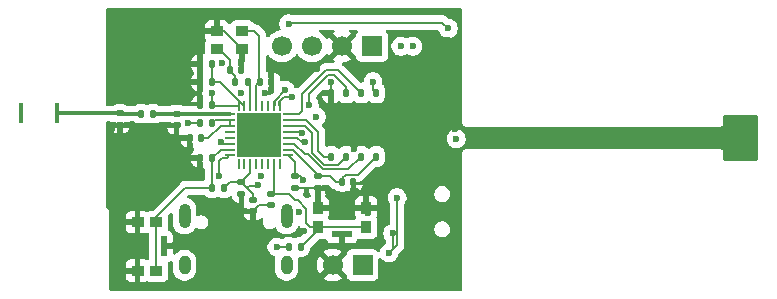
<source format=gtl>
%TF.GenerationSoftware,KiCad,Pcbnew,9.0.7*%
%TF.CreationDate,2026-02-11T09:18:12+01:00*%
%TF.ProjectId,przetwornik,70727a65-7477-46f7-926e-696b2e6b6963,rev?*%
%TF.SameCoordinates,Original*%
%TF.FileFunction,Copper,L1,Top*%
%TF.FilePolarity,Positive*%
%FSLAX46Y46*%
G04 Gerber Fmt 4.6, Leading zero omitted, Abs format (unit mm)*
G04 Created by KiCad (PCBNEW 9.0.7) date 2026-02-11 09:18:12*
%MOMM*%
%LPD*%
G01*
G04 APERTURE LIST*
G04 Aperture macros list*
%AMRoundRect*
0 Rectangle with rounded corners*
0 $1 Rounding radius*
0 $2 $3 $4 $5 $6 $7 $8 $9 X,Y pos of 4 corners*
0 Add a 4 corners polygon primitive as box body*
4,1,4,$2,$3,$4,$5,$6,$7,$8,$9,$2,$3,0*
0 Add four circle primitives for the rounded corners*
1,1,$1+$1,$2,$3*
1,1,$1+$1,$4,$5*
1,1,$1+$1,$6,$7*
1,1,$1+$1,$8,$9*
0 Add four rect primitives between the rounded corners*
20,1,$1+$1,$2,$3,$4,$5,0*
20,1,$1+$1,$4,$5,$6,$7,0*
20,1,$1+$1,$6,$7,$8,$9,0*
20,1,$1+$1,$8,$9,$2,$3,0*%
G04 Aperture macros list end*
%TA.AperFunction,ComponentPad*%
%ADD10R,1.700000X1.700000*%
%TD*%
%TA.AperFunction,ComponentPad*%
%ADD11C,1.700000*%
%TD*%
%TA.AperFunction,SMDPad,CuDef*%
%ADD12RoundRect,0.140000X0.140000X0.170000X-0.140000X0.170000X-0.140000X-0.170000X0.140000X-0.170000X0*%
%TD*%
%TA.AperFunction,SMDPad,CuDef*%
%ADD13RoundRect,0.140000X-0.140000X-0.170000X0.140000X-0.170000X0.140000X0.170000X-0.140000X0.170000X0*%
%TD*%
%TA.AperFunction,SMDPad,CuDef*%
%ADD14R,1.000000X0.900000*%
%TD*%
%TA.AperFunction,SMDPad,CuDef*%
%ADD15RoundRect,0.140000X0.170000X-0.140000X0.170000X0.140000X-0.170000X0.140000X-0.170000X-0.140000X0*%
%TD*%
%TA.AperFunction,SMDPad,CuDef*%
%ADD16R,0.400000X1.800000*%
%TD*%
%TA.AperFunction,SMDPad,CuDef*%
%ADD17R,0.550000X1.700000*%
%TD*%
%TA.AperFunction,SMDPad,CuDef*%
%ADD18RoundRect,0.140000X-0.170000X0.140000X-0.170000X-0.140000X0.170000X-0.140000X0.170000X0.140000X0*%
%TD*%
%TA.AperFunction,SMDPad,CuDef*%
%ADD19RoundRect,0.147500X0.147500X0.172500X-0.147500X0.172500X-0.147500X-0.172500X0.147500X-0.172500X0*%
%TD*%
%TA.AperFunction,SMDPad,CuDef*%
%ADD20RoundRect,0.135000X-0.135000X-0.185000X0.135000X-0.185000X0.135000X0.185000X-0.135000X0.185000X0*%
%TD*%
%TA.AperFunction,SMDPad,CuDef*%
%ADD21R,0.900000X1.000000*%
%TD*%
%TA.AperFunction,SMDPad,CuDef*%
%ADD22R,1.700000X0.550000*%
%TD*%
%TA.AperFunction,SMDPad,CuDef*%
%ADD23RoundRect,0.147500X-0.147500X-0.172500X0.147500X-0.172500X0.147500X0.172500X-0.147500X0.172500X0*%
%TD*%
%TA.AperFunction,SMDPad,CuDef*%
%ADD24RoundRect,0.135000X0.135000X0.185000X-0.135000X0.185000X-0.135000X-0.185000X0.135000X-0.185000X0*%
%TD*%
%TA.AperFunction,SMDPad,CuDef*%
%ADD25RoundRect,0.125000X-0.125000X0.250000X-0.125000X-0.250000X0.125000X-0.250000X0.125000X0.250000X0*%
%TD*%
%TA.AperFunction,HeatsinkPad*%
%ADD26R,4.300000X3.400000*%
%TD*%
%TA.AperFunction,SMDPad,CuDef*%
%ADD27RoundRect,0.062500X-0.337500X-0.062500X0.337500X-0.062500X0.337500X0.062500X-0.337500X0.062500X0*%
%TD*%
%TA.AperFunction,SMDPad,CuDef*%
%ADD28RoundRect,0.062500X-0.062500X-0.337500X0.062500X-0.337500X0.062500X0.337500X-0.062500X0.337500X0*%
%TD*%
%TA.AperFunction,HeatsinkPad*%
%ADD29R,3.700000X3.700000*%
%TD*%
%TA.AperFunction,HeatsinkPad*%
%ADD30O,1.000000X1.600000*%
%TD*%
%TA.AperFunction,HeatsinkPad*%
%ADD31O,1.000000X2.100000*%
%TD*%
%TA.AperFunction,ViaPad*%
%ADD32C,0.600000*%
%TD*%
%TA.AperFunction,Conductor*%
%ADD33C,0.200000*%
%TD*%
%TA.AperFunction,Conductor*%
%ADD34C,0.190000*%
%TD*%
%TA.AperFunction,Conductor*%
%ADD35C,0.300000*%
%TD*%
G04 APERTURE END LIST*
D10*
X229540000Y-87000000D03*
D11*
X227000000Y-87000000D03*
X224460000Y-87000000D03*
X221920000Y-87000000D03*
D12*
X215980000Y-96500000D03*
X215020000Y-96500000D03*
D13*
X214138356Y-94802158D03*
X215098356Y-94802158D03*
D14*
X216425000Y-87275000D03*
X218575000Y-87275000D03*
X218575000Y-85725000D03*
X216425000Y-85725000D03*
D15*
X218500000Y-99480000D03*
X218500000Y-98520000D03*
D13*
X217500000Y-89000000D03*
X218460000Y-89000000D03*
D16*
X202922407Y-92691851D03*
X199822407Y-92691851D03*
D14*
X211300000Y-101900000D03*
X211300000Y-106000000D03*
X209700000Y-101900000D03*
X209700000Y-106000000D03*
D17*
X211925000Y-103950000D03*
D12*
X227980000Y-98500000D03*
X227020000Y-98500000D03*
D18*
X208212065Y-92682901D03*
X208212065Y-93642901D03*
D13*
X215020000Y-92000000D03*
X215980000Y-92000000D03*
D15*
X219500000Y-100980000D03*
X219500000Y-100020000D03*
D19*
X210986372Y-92710693D03*
X210016372Y-92710693D03*
D20*
X217990000Y-90000000D03*
X219010000Y-90000000D03*
X222490000Y-104000000D03*
X223510000Y-104000000D03*
D13*
X220040000Y-90000000D03*
X221000000Y-90000000D03*
D18*
X213000000Y-92730006D03*
X213000000Y-93690006D03*
D13*
X215020000Y-90000000D03*
X215980000Y-90000000D03*
D21*
X229050000Y-102300000D03*
X224950000Y-102300000D03*
X229050000Y-100700000D03*
X224950000Y-100700000D03*
D22*
X227000000Y-102925000D03*
D23*
X215015000Y-93500000D03*
X215985000Y-93500000D03*
D24*
X217020000Y-99000000D03*
X216000000Y-99000000D03*
D25*
X229905000Y-90950000D03*
X228635000Y-90950000D03*
X227365000Y-90950000D03*
X226095000Y-90950000D03*
X226095000Y-96350000D03*
X227365000Y-96350000D03*
X228635000Y-96350000D03*
X229905000Y-96350000D03*
D26*
X228000000Y-93650000D03*
D15*
X225000000Y-98980000D03*
X225000000Y-98020000D03*
D10*
X228750000Y-105525000D03*
D11*
X226210000Y-105525000D03*
D18*
X221000000Y-99520000D03*
X221000000Y-100480000D03*
D13*
X215020000Y-88500000D03*
X215980000Y-88500000D03*
D15*
X223000000Y-98980000D03*
X223000000Y-98020000D03*
D27*
X217550000Y-92750000D03*
X217550000Y-93250000D03*
X217550000Y-93750000D03*
X217550000Y-94250000D03*
X217550000Y-94750000D03*
X217550000Y-95250000D03*
X217550000Y-95750000D03*
X217550000Y-96250000D03*
D28*
X218250000Y-96950000D03*
X218750000Y-96950000D03*
X219250000Y-96950000D03*
X219750000Y-96950000D03*
X220250000Y-96950000D03*
X220750000Y-96950000D03*
X221250000Y-96950000D03*
X221750000Y-96950000D03*
D27*
X222450000Y-96250000D03*
X222450000Y-95750000D03*
X222450000Y-95250000D03*
X222450000Y-94750000D03*
X222450000Y-94250000D03*
X222450000Y-93750000D03*
X222450000Y-93250000D03*
X222450000Y-92750000D03*
D28*
X221750000Y-92050000D03*
X221250000Y-92050000D03*
X220750000Y-92050000D03*
X220250000Y-92050000D03*
X219750000Y-92050000D03*
X219250000Y-92050000D03*
X218750000Y-92050000D03*
X218250000Y-92050000D03*
D29*
X220000000Y-94500000D03*
D30*
X222320000Y-105550000D03*
D31*
X222320000Y-101370000D03*
D30*
X213680000Y-105550000D03*
D31*
X213680000Y-101370000D03*
D32*
X223500000Y-89500000D03*
X236000000Y-86500000D03*
X208000000Y-107000000D03*
X233000000Y-105000000D03*
X231500000Y-107000000D03*
X235000000Y-95000000D03*
X236600000Y-94015628D03*
X236674265Y-94825735D03*
X231674265Y-99825735D03*
X229251977Y-101124802D03*
X219517431Y-96075321D03*
X219928062Y-98789276D03*
X222782843Y-91282843D03*
X222217157Y-90717157D03*
X212500000Y-85000000D03*
X211000000Y-87000000D03*
X212000000Y-91500000D03*
X210500000Y-91500000D03*
X209000000Y-91500000D03*
X209500000Y-94000000D03*
X209500000Y-87000000D03*
X233000000Y-87000000D03*
X224835000Y-92974685D03*
X221500000Y-104000000D03*
X223720000Y-98302510D03*
X218500000Y-91000000D03*
X216825000Y-88381298D03*
X232000000Y-87000000D03*
X214000000Y-93500000D03*
X216000000Y-91000000D03*
X220500000Y-91000000D03*
X224914714Y-88914714D03*
X207500000Y-91500000D03*
X207500000Y-88500000D03*
X219000000Y-102500000D03*
X226095000Y-90000000D03*
X207500000Y-85500000D03*
X213500000Y-96500000D03*
X229057783Y-99344221D03*
X232000000Y-92500000D03*
X207500000Y-97000000D03*
X222548231Y-89500000D03*
X207500000Y-99000000D03*
X207500000Y-96000000D03*
X220131374Y-98000000D03*
X223825735Y-102674265D03*
X228220114Y-99268119D03*
X226713374Y-99476475D03*
X207500000Y-100000000D03*
X207500000Y-89500000D03*
X207500000Y-95000000D03*
X215000000Y-97500000D03*
X228000000Y-95738298D03*
X227000000Y-104000000D03*
X231000000Y-90000000D03*
X207500000Y-90500000D03*
X214000000Y-90500000D03*
X225862965Y-99243332D03*
X214719265Y-87380735D03*
X207500000Y-98000000D03*
X223400000Y-101000000D03*
X207500000Y-86500000D03*
X215000000Y-85500000D03*
X213000000Y-103500000D03*
X207500000Y-84500000D03*
X207500000Y-94000000D03*
X217648690Y-102351310D03*
X207500000Y-87500000D03*
X231000000Y-104500000D03*
X231295235Y-102856235D03*
X216580000Y-98000000D03*
X222500000Y-85100000D03*
X216761881Y-95150000D03*
X236000000Y-85500000D03*
X229635000Y-90000000D03*
X223635000Y-94350000D03*
X224235000Y-92000000D03*
X223900000Y-95150003D03*
X234000000Y-93000000D03*
X233000000Y-91500000D03*
X231500000Y-93500000D03*
X233000000Y-95000000D03*
X219500000Y-106500000D03*
X220000000Y-104500000D03*
X218000000Y-105000000D03*
X215500000Y-106000000D03*
X215500000Y-103500000D03*
X209000000Y-85500000D03*
X211000000Y-85000000D03*
X212000000Y-88000000D03*
X210500000Y-89000000D03*
X209000000Y-88500000D03*
X209500000Y-90000000D03*
X211500000Y-90000000D03*
X211500000Y-94000000D03*
X209500000Y-95500000D03*
X209000000Y-97000000D03*
X210500000Y-97500000D03*
X212000000Y-97000000D03*
X211000000Y-99500000D03*
X209000000Y-99000000D03*
X208000000Y-103000000D03*
X208000000Y-101000000D03*
D33*
X231674265Y-103825735D02*
X231674265Y-99825735D01*
X231295235Y-104204765D02*
X231674265Y-103825735D01*
X219993218Y-94506782D02*
X220000000Y-94500000D01*
X219993218Y-94518218D02*
X219993218Y-94506782D01*
X219679789Y-95024774D02*
X219679789Y-94831647D01*
X219679789Y-94831647D02*
X219993218Y-94518218D01*
X219161350Y-98838650D02*
X218990000Y-99010000D01*
X219874498Y-98789276D02*
X219825124Y-98838650D01*
X219825124Y-98838650D02*
X219161350Y-98838650D01*
X219928062Y-98789276D02*
X219874498Y-98789276D01*
X218990000Y-99010000D02*
X218500000Y-98520000D01*
X217243858Y-96459337D02*
X217453195Y-96250000D01*
X216580000Y-96710000D02*
X216830663Y-96459337D01*
X216580000Y-98000000D02*
X216580000Y-96710000D01*
X216830663Y-96459337D02*
X217243858Y-96459337D01*
X217453195Y-96250000D02*
X217550000Y-96250000D01*
D34*
X221330000Y-91970000D02*
X221250000Y-92050000D01*
X221330000Y-91604314D02*
X221330000Y-91970000D01*
X222782843Y-91282843D02*
X222132304Y-91282843D01*
X222132304Y-91282843D02*
X221670000Y-91745147D01*
X221670000Y-91745147D02*
X221670000Y-91970000D01*
X221670000Y-91970000D02*
X221750000Y-92050000D01*
X222217157Y-90717157D02*
X221330000Y-91604314D01*
D33*
X216730000Y-95750000D02*
X215980000Y-96500000D01*
X217550000Y-95750000D02*
X216730000Y-95750000D01*
X218500000Y-101500000D02*
X217648690Y-102351310D01*
X218500000Y-99480000D02*
X218500000Y-101500000D01*
D35*
X208239857Y-92710693D02*
X208212065Y-92682901D01*
X210016372Y-92710693D02*
X208239857Y-92710693D01*
X208203115Y-92691851D02*
X208212065Y-92682901D01*
X202922407Y-92691851D02*
X208203115Y-92691851D01*
D33*
X203020000Y-92520000D02*
X203000000Y-92500000D01*
X223437490Y-98020000D02*
X223720000Y-98302510D01*
X223000000Y-96800000D02*
X222450000Y-96250000D01*
X219500000Y-100020000D02*
X219500000Y-99520000D01*
X216030000Y-92050000D02*
X215980000Y-92000000D01*
X215980000Y-88500000D02*
X215980000Y-90000000D01*
X219250000Y-97750000D02*
X219250000Y-96950000D01*
X222033992Y-104000000D02*
X221500000Y-104000000D01*
X218500000Y-98500000D02*
X218500000Y-98520000D01*
X223000000Y-98020000D02*
X223437490Y-98020000D01*
X219500000Y-99520000D02*
X219490000Y-99510000D01*
X218250000Y-92050000D02*
X216030000Y-92050000D01*
X222033992Y-104000000D02*
X222490000Y-104000000D01*
X219250000Y-97750000D02*
X218500000Y-98500000D01*
X219490000Y-99510000D02*
X218990000Y-99010000D01*
X215980000Y-91020000D02*
X215980000Y-92000000D01*
X216000000Y-91000000D02*
X215980000Y-91020000D01*
X223000000Y-98020000D02*
X223000000Y-96800000D01*
X216700000Y-90000000D02*
X215980000Y-90000000D01*
X218750000Y-92050000D02*
X216700000Y-90000000D01*
X215015000Y-93500000D02*
X214000000Y-93500000D01*
X217500000Y-98520000D02*
X217020000Y-99000000D01*
X218500000Y-98520000D02*
X217500000Y-98520000D01*
X229050000Y-99352004D02*
X229057783Y-99344221D01*
X218460000Y-89000000D02*
X218460000Y-87390000D01*
X214719265Y-87380735D02*
X214880735Y-87380735D01*
X228220114Y-99268119D02*
X228036783Y-99268119D01*
X215000000Y-96500000D02*
X215020000Y-96500000D01*
X222548231Y-89500000D02*
X222347136Y-89500000D01*
X212900000Y-103500000D02*
X212450000Y-103950000D01*
X213000000Y-103500000D02*
X212900000Y-103500000D01*
X214138356Y-94802158D02*
X214138356Y-94861644D01*
X226095000Y-90000000D02*
X226095000Y-90950000D01*
X212450000Y-103950000D02*
X211925000Y-103950000D01*
X213000000Y-93690006D02*
X213026204Y-93690006D01*
X227000000Y-104000000D02*
X227000000Y-102925000D01*
X223000000Y-98980000D02*
X225000000Y-98980000D01*
X220000000Y-100480000D02*
X219500000Y-100980000D01*
X217025000Y-85725000D02*
X218575000Y-87275000D01*
X221000000Y-100480000D02*
X220000000Y-100480000D01*
X218460000Y-87390000D02*
X218575000Y-87275000D01*
X216425000Y-85725000D02*
X217025000Y-85725000D01*
X217550000Y-93250000D02*
X216235000Y-93250000D01*
X217550000Y-93250000D02*
X217550000Y-93750000D01*
X216750000Y-93750000D02*
X215697842Y-94802158D01*
X217550000Y-93750000D02*
X216750000Y-93750000D01*
X216235000Y-93250000D02*
X215985000Y-93500000D01*
X215697842Y-94802158D02*
X215098356Y-94802158D01*
X227321001Y-97889000D02*
X227020000Y-98190001D01*
X225000000Y-98020000D02*
X225000000Y-97884202D01*
X228366000Y-97889000D02*
X227321001Y-97889000D01*
X225000000Y-98020000D02*
X226000000Y-98020000D01*
X225000000Y-97884202D02*
X222865798Y-95750000D01*
X228366000Y-97889000D02*
X229905000Y-96350000D01*
X227020000Y-98190001D02*
X227020000Y-98500000D01*
X226000000Y-98020000D02*
X226480000Y-98500000D01*
X222865798Y-95750000D02*
X222450000Y-95750000D01*
X226480000Y-98500000D02*
X227020000Y-98500000D01*
X217990000Y-90000000D02*
X217990000Y-89490000D01*
X217500000Y-88206355D02*
X216568645Y-87275000D01*
X217990000Y-89490000D02*
X217500000Y-89000000D01*
X216568645Y-87275000D02*
X216425000Y-87275000D01*
X217500000Y-89000000D02*
X217500000Y-88206355D01*
X217425000Y-88925000D02*
X217500000Y-89000000D01*
X219750000Y-90290000D02*
X220040000Y-90000000D01*
X219575000Y-85725000D02*
X218575000Y-85725000D01*
X220000000Y-86150000D02*
X219575000Y-85725000D01*
X220000000Y-89960000D02*
X220000000Y-86150000D01*
X220040000Y-90000000D02*
X220000000Y-89960000D01*
X219750000Y-92050000D02*
X219750000Y-90290000D01*
X231295235Y-104204765D02*
X231000000Y-104500000D01*
X231295235Y-102856235D02*
X231295235Y-104204765D01*
X211300000Y-101900000D02*
X211300000Y-101450000D01*
X211300000Y-101900000D02*
X211300000Y-106000000D01*
X215980000Y-96500000D02*
X215980000Y-98980000D01*
X216000000Y-96520000D02*
X215980000Y-96500000D01*
X216000000Y-99000000D02*
X213750000Y-99000000D01*
X211300000Y-101450000D02*
X213750000Y-99000000D01*
X215980000Y-98980000D02*
X216000000Y-99000000D01*
X224950000Y-102300000D02*
X224300000Y-102300000D01*
X224300000Y-102300000D02*
X224000000Y-102000000D01*
X221000000Y-99520000D02*
X221250000Y-99270000D01*
X223249943Y-100000000D02*
X223000000Y-100000000D01*
X221250000Y-99270000D02*
X221250000Y-96950000D01*
X224000000Y-102000000D02*
X224000000Y-100750057D01*
X229050000Y-102300000D02*
X224950000Y-102300000D01*
X223000000Y-100000000D02*
X222520000Y-99520000D01*
X223510000Y-104000000D02*
X224950000Y-102560000D01*
X224950000Y-102560000D02*
X224950000Y-102300000D01*
X222520000Y-99520000D02*
X221000000Y-99520000D01*
X224000000Y-100750057D02*
X223249943Y-100000000D01*
D35*
X213000000Y-92730006D02*
X217530006Y-92730006D01*
X213000000Y-92730006D02*
X211005685Y-92730006D01*
X217530006Y-92730006D02*
X217550000Y-92750000D01*
X211005685Y-92730006D02*
X210986372Y-92710693D01*
D33*
X222600000Y-85000000D02*
X222500000Y-85100000D01*
X216861881Y-95250000D02*
X216761881Y-95150000D01*
X235500000Y-85000000D02*
X222600000Y-85000000D01*
X217550000Y-95250000D02*
X216861881Y-95250000D01*
X236000000Y-85500000D02*
X235500000Y-85000000D01*
X213680000Y-101370000D02*
X213826000Y-101224000D01*
X222320000Y-105550000D02*
X222020000Y-105550000D01*
X222320000Y-101620000D02*
X222320000Y-101370000D01*
X219250000Y-92050000D02*
X219250000Y-90240000D01*
X219250000Y-90240000D02*
X219010000Y-90000000D01*
X226512043Y-89000000D02*
X226510043Y-88998000D01*
X223385000Y-92750000D02*
X222450000Y-92750000D01*
X223635000Y-92500000D02*
X223385000Y-92750000D01*
X226635000Y-89000000D02*
X226512043Y-89000000D01*
X228585000Y-90950000D02*
X226635000Y-89000000D01*
X228635000Y-90950000D02*
X228585000Y-90950000D01*
X225679957Y-88998000D02*
X223635000Y-91042957D01*
X226510043Y-88998000D02*
X225679957Y-88998000D01*
X223635000Y-91042957D02*
X223635000Y-92500000D01*
X223535000Y-94250000D02*
X222450000Y-94250000D01*
X229635000Y-90000000D02*
X229635000Y-90680000D01*
X223635000Y-94350000D02*
X223535000Y-94250000D01*
X229635000Y-90680000D02*
X229905000Y-90950000D01*
X225526000Y-97026000D02*
X226689000Y-97026000D01*
X223885000Y-93750000D02*
X224500000Y-94365000D01*
X224500000Y-96000000D02*
X225526000Y-97026000D01*
X226689000Y-97026000D02*
X227365000Y-96350000D01*
X223885000Y-93750000D02*
X222450000Y-93750000D01*
X224500000Y-94365000D02*
X224500000Y-96000000D01*
X221274999Y-92025001D02*
X221250000Y-92050000D01*
X221250000Y-91634202D02*
X221250000Y-92050000D01*
X221274999Y-91609203D02*
X221274999Y-92025001D01*
X225359900Y-97427000D02*
X224099000Y-96166100D01*
X223848998Y-96166100D02*
X224099000Y-96166100D01*
X228635000Y-96350000D02*
X227558000Y-97427000D01*
X222932898Y-95250000D02*
X223848998Y-96166100D01*
X227558000Y-97427000D02*
X225359900Y-97427000D01*
X222450000Y-95250000D02*
X222932898Y-95250000D01*
X225000000Y-95865000D02*
X225485000Y-96350000D01*
X223952100Y-93250000D02*
X225000000Y-94297900D01*
X225000000Y-94297900D02*
X225000000Y-95865000D01*
X225485000Y-96350000D02*
X226095000Y-96350000D01*
X223952100Y-93250000D02*
X222450000Y-93250000D01*
X221725001Y-92025001D02*
X221750000Y-92050000D01*
X221725001Y-91810354D02*
X221725001Y-92025001D01*
X223185057Y-94750000D02*
X223585060Y-95150003D01*
X223585060Y-95150003D02*
X223900000Y-95150003D01*
X224235000Y-91010057D02*
X225846057Y-89399000D01*
X227365000Y-90420057D02*
X227365000Y-90950000D01*
X226343943Y-89399000D02*
X227365000Y-90420057D01*
X224235000Y-92000000D02*
X224235000Y-91010057D01*
X225846057Y-89399000D02*
X226343943Y-89399000D01*
X222450000Y-94750000D02*
X223185057Y-94750000D01*
%TA.AperFunction,Conductor*%
G36*
X237142539Y-83820185D02*
G01*
X237188294Y-83872989D01*
X237199500Y-83924500D01*
X237199500Y-93539562D01*
X237210025Y-93578842D01*
X237219979Y-93615990D01*
X237219982Y-93615995D01*
X237259535Y-93684504D01*
X237259539Y-93684509D01*
X237259540Y-93684511D01*
X237315489Y-93740460D01*
X237315491Y-93740461D01*
X237315495Y-93740464D01*
X237384004Y-93780017D01*
X237384011Y-93780021D01*
X237460438Y-93800500D01*
X237460440Y-93800500D01*
X259039560Y-93800500D01*
X259039562Y-93800500D01*
X259115989Y-93780021D01*
X259184511Y-93740460D01*
X259240460Y-93684511D01*
X259280021Y-93615989D01*
X259300500Y-93539562D01*
X259300500Y-92924500D01*
X259320185Y-92857461D01*
X259372989Y-92811706D01*
X259424500Y-92800500D01*
X262075500Y-92800500D01*
X262142539Y-92820185D01*
X262188294Y-92872989D01*
X262199500Y-92924500D01*
X262199500Y-96575500D01*
X262179815Y-96642539D01*
X262127011Y-96688294D01*
X262075500Y-96699500D01*
X259424500Y-96699500D01*
X259357461Y-96679815D01*
X259311706Y-96627011D01*
X259300500Y-96575500D01*
X259300500Y-95960439D01*
X259293503Y-95934327D01*
X259280021Y-95884011D01*
X259260039Y-95849401D01*
X259240464Y-95815495D01*
X259240458Y-95815487D01*
X259184512Y-95759541D01*
X259184504Y-95759535D01*
X259115995Y-95719982D01*
X259115990Y-95719979D01*
X259090513Y-95713152D01*
X259039562Y-95699500D01*
X248039562Y-95699500D01*
X241039562Y-95699500D01*
X237539562Y-95699500D01*
X237460438Y-95699500D01*
X237422224Y-95709739D01*
X237384009Y-95719979D01*
X237384004Y-95719982D01*
X237315495Y-95759535D01*
X237315487Y-95759541D01*
X237259541Y-95815487D01*
X237259535Y-95815495D01*
X237219982Y-95884004D01*
X237219979Y-95884009D01*
X237199500Y-95960439D01*
X237199500Y-107575500D01*
X237179815Y-107642539D01*
X237127011Y-107688294D01*
X237075500Y-107699500D01*
X207424500Y-107699500D01*
X207357461Y-107679815D01*
X207311706Y-107627011D01*
X207300500Y-107575500D01*
X207300500Y-106497844D01*
X208700000Y-106497844D01*
X208706401Y-106557372D01*
X208706403Y-106557379D01*
X208756645Y-106692086D01*
X208756649Y-106692093D01*
X208842809Y-106807187D01*
X208842812Y-106807190D01*
X208957906Y-106893350D01*
X208957913Y-106893354D01*
X209092620Y-106943596D01*
X209092627Y-106943598D01*
X209152155Y-106949999D01*
X209152172Y-106950000D01*
X209450000Y-106950000D01*
X209450000Y-106250000D01*
X208700000Y-106250000D01*
X208700000Y-106497844D01*
X207300500Y-106497844D01*
X207300500Y-105502155D01*
X208700000Y-105502155D01*
X208700000Y-105750000D01*
X209450000Y-105750000D01*
X209450000Y-105050000D01*
X209152155Y-105050000D01*
X209092627Y-105056401D01*
X209092620Y-105056403D01*
X208957913Y-105106645D01*
X208957906Y-105106649D01*
X208842812Y-105192809D01*
X208842809Y-105192812D01*
X208756649Y-105307906D01*
X208756645Y-105307913D01*
X208706403Y-105442620D01*
X208706401Y-105442627D01*
X208700000Y-105502155D01*
X207300500Y-105502155D01*
X207300500Y-102397844D01*
X208700000Y-102397844D01*
X208706401Y-102457372D01*
X208706403Y-102457379D01*
X208756645Y-102592086D01*
X208756649Y-102592093D01*
X208842809Y-102707187D01*
X208842812Y-102707190D01*
X208957906Y-102793350D01*
X208957913Y-102793354D01*
X209092620Y-102843596D01*
X209092627Y-102843598D01*
X209152155Y-102849999D01*
X209152172Y-102850000D01*
X209450000Y-102850000D01*
X209450000Y-102150000D01*
X208700000Y-102150000D01*
X208700000Y-102397844D01*
X207300500Y-102397844D01*
X207300500Y-101402155D01*
X208700000Y-101402155D01*
X208700000Y-101650000D01*
X209450000Y-101650000D01*
X209450000Y-100950000D01*
X209152155Y-100950000D01*
X209092627Y-100956401D01*
X209092620Y-100956403D01*
X208957913Y-101006645D01*
X208957906Y-101006649D01*
X208842812Y-101092809D01*
X208842809Y-101092812D01*
X208756649Y-101207906D01*
X208756645Y-101207913D01*
X208706403Y-101342620D01*
X208706401Y-101342627D01*
X208700000Y-101402155D01*
X207300500Y-101402155D01*
X207300500Y-100960439D01*
X207297569Y-100949500D01*
X207280021Y-100884011D01*
X207276268Y-100877511D01*
X207240464Y-100815495D01*
X207240458Y-100815487D01*
X207184512Y-100759541D01*
X207184504Y-100759535D01*
X207115995Y-100719982D01*
X207115991Y-100719980D01*
X207115989Y-100719979D01*
X207115987Y-100719978D01*
X207115986Y-100719978D01*
X207091904Y-100713525D01*
X207032245Y-100677159D01*
X207001717Y-100614312D01*
X207000000Y-100593751D01*
X207000000Y-96750000D01*
X214241210Y-96750000D01*
X214242854Y-96770910D01*
X214287968Y-96926195D01*
X214370278Y-97065374D01*
X214370285Y-97065383D01*
X214484616Y-97179714D01*
X214484625Y-97179721D01*
X214623804Y-97262031D01*
X214770000Y-97304504D01*
X214770000Y-96750000D01*
X214241210Y-96750000D01*
X207000000Y-96750000D01*
X207000000Y-95052158D01*
X213359566Y-95052158D01*
X213361210Y-95073068D01*
X213406324Y-95228353D01*
X213488634Y-95367532D01*
X213488641Y-95367541D01*
X213602972Y-95481872D01*
X213602981Y-95481879D01*
X213742160Y-95564189D01*
X213888356Y-95606662D01*
X213888356Y-95052158D01*
X213359566Y-95052158D01*
X207000000Y-95052158D01*
X207000000Y-93892901D01*
X207407561Y-93892901D01*
X207450033Y-94039096D01*
X207532343Y-94178275D01*
X207532350Y-94178284D01*
X207646681Y-94292615D01*
X207646690Y-94292622D01*
X207785869Y-94374932D01*
X207941154Y-94420046D01*
X207962065Y-94421690D01*
X208462065Y-94421690D01*
X208482975Y-94420046D01*
X208638260Y-94374932D01*
X208777439Y-94292622D01*
X208777448Y-94292615D01*
X208891779Y-94178284D01*
X208891786Y-94178275D01*
X208974096Y-94039096D01*
X209002884Y-93940006D01*
X212195496Y-93940006D01*
X212237968Y-94086201D01*
X212320278Y-94225380D01*
X212320285Y-94225389D01*
X212434616Y-94339720D01*
X212434625Y-94339727D01*
X212573804Y-94422037D01*
X212729089Y-94467151D01*
X212750000Y-94468795D01*
X212750000Y-93940006D01*
X212195496Y-93940006D01*
X209002884Y-93940006D01*
X209016569Y-93892901D01*
X208462065Y-93892901D01*
X208462065Y-94421690D01*
X207962065Y-94421690D01*
X207962065Y-93892901D01*
X207407561Y-93892901D01*
X207000000Y-93892901D01*
X207000000Y-93466351D01*
X207019685Y-93399312D01*
X207072489Y-93353557D01*
X207124000Y-93342351D01*
X207307647Y-93342351D01*
X207374686Y-93362036D01*
X207406808Y-93391899D01*
X207407560Y-93392901D01*
X207713713Y-93392901D01*
X207776831Y-93410168D01*
X207785670Y-93415395D01*
X207785673Y-93415395D01*
X207785675Y-93415397D01*
X207941067Y-93460543D01*
X207941070Y-93460543D01*
X207941072Y-93460544D01*
X207977375Y-93463401D01*
X207977383Y-93463401D01*
X208446747Y-93463401D01*
X208446755Y-93463401D01*
X208483058Y-93460544D01*
X208483060Y-93460543D01*
X208483062Y-93460543D01*
X208638454Y-93415397D01*
X208638454Y-93415396D01*
X208638460Y-93415395D01*
X208647298Y-93410168D01*
X208710417Y-93392901D01*
X209027078Y-93392901D01*
X209059168Y-93368950D01*
X209102336Y-93361193D01*
X209379099Y-93361193D01*
X209446138Y-93380878D01*
X209466780Y-93397512D01*
X209468546Y-93399278D01*
X209468550Y-93399281D01*
X209468552Y-93399283D01*
X209609475Y-93482624D01*
X209609476Y-93482624D01*
X209609479Y-93482626D01*
X209766692Y-93528301D01*
X209766695Y-93528301D01*
X209766697Y-93528302D01*
X209803432Y-93531193D01*
X209803440Y-93531193D01*
X210229304Y-93531193D01*
X210229312Y-93531193D01*
X210266047Y-93528302D01*
X210266049Y-93528301D01*
X210266051Y-93528301D01*
X210423264Y-93482626D01*
X210423264Y-93482625D01*
X210423269Y-93482624D01*
X210438251Y-93473763D01*
X210505973Y-93456580D01*
X210564492Y-93473763D01*
X210579475Y-93482624D01*
X210579477Y-93482624D01*
X210579478Y-93482625D01*
X210579479Y-93482626D01*
X210736692Y-93528301D01*
X210736695Y-93528301D01*
X210736697Y-93528302D01*
X210773432Y-93531193D01*
X210773440Y-93531193D01*
X211199304Y-93531193D01*
X211199312Y-93531193D01*
X211236047Y-93528302D01*
X211236049Y-93528301D01*
X211236051Y-93528301D01*
X211393264Y-93482626D01*
X211393265Y-93482625D01*
X211393269Y-93482624D01*
X211534143Y-93399312D01*
X211536744Y-93397774D01*
X211599865Y-93380506D01*
X212088862Y-93380506D01*
X212155901Y-93400191D01*
X212188023Y-93430054D01*
X212195495Y-93440006D01*
X212501648Y-93440006D01*
X212564766Y-93457273D01*
X212573605Y-93462500D01*
X212573608Y-93462500D01*
X212573610Y-93462502D01*
X212729002Y-93507648D01*
X212729005Y-93507648D01*
X212729007Y-93507649D01*
X212765310Y-93510506D01*
X212876000Y-93510506D01*
X212943039Y-93530191D01*
X212988794Y-93582995D01*
X213000000Y-93634506D01*
X213000000Y-93690006D01*
X213126000Y-93690006D01*
X213193039Y-93709691D01*
X213238794Y-93762495D01*
X213250000Y-93814006D01*
X213250000Y-94468796D01*
X213261270Y-94479215D01*
X213290492Y-94485355D01*
X213320221Y-94514665D01*
X213322749Y-94512329D01*
X213359566Y-94552158D01*
X214014356Y-94552158D01*
X214081395Y-94571843D01*
X214127150Y-94624647D01*
X214138356Y-94676158D01*
X214138356Y-94802158D01*
X214193856Y-94802158D01*
X214260895Y-94821843D01*
X214306650Y-94874647D01*
X214317856Y-94926158D01*
X214317856Y-95036855D01*
X214320712Y-95073149D01*
X214320713Y-95073155D01*
X214365859Y-95228547D01*
X214365861Y-95228551D01*
X214365862Y-95228553D01*
X214371088Y-95237391D01*
X214388356Y-95300510D01*
X214388356Y-95606662D01*
X214398941Y-95614611D01*
X214431232Y-95614703D01*
X214489902Y-95652644D01*
X214518746Y-95716282D01*
X214508607Y-95785412D01*
X214483641Y-95821261D01*
X214370282Y-95934620D01*
X214370278Y-95934625D01*
X214287968Y-96073804D01*
X214287966Y-96073809D01*
X214242855Y-96229081D01*
X214242854Y-96229087D01*
X214241209Y-96249999D01*
X214241210Y-96250000D01*
X214896000Y-96250000D01*
X214963039Y-96269685D01*
X215008794Y-96322489D01*
X215020000Y-96374000D01*
X215020000Y-96500000D01*
X215075500Y-96500000D01*
X215142539Y-96519685D01*
X215188294Y-96572489D01*
X215199500Y-96624000D01*
X215199500Y-96734697D01*
X215202356Y-96770991D01*
X215202357Y-96770997D01*
X215247503Y-96926389D01*
X215247505Y-96926393D01*
X215247506Y-96926395D01*
X215252732Y-96935233D01*
X215270000Y-96998352D01*
X215270000Y-97304504D01*
X215289256Y-97318962D01*
X215290771Y-97318967D01*
X215349442Y-97356907D01*
X215378287Y-97420545D01*
X215379500Y-97437845D01*
X215379500Y-98275500D01*
X215359815Y-98342539D01*
X215307011Y-98388294D01*
X215255500Y-98399500D01*
X213670942Y-98399500D01*
X213518214Y-98440423D01*
X213500897Y-98450422D01*
X213500894Y-98450423D01*
X213381290Y-98519475D01*
X213381282Y-98519481D01*
X213269478Y-98631286D01*
X210987582Y-100913181D01*
X210926259Y-100946666D01*
X210899902Y-100949500D01*
X210752130Y-100949500D01*
X210752123Y-100949501D01*
X210692516Y-100955908D01*
X210549359Y-101009303D01*
X210548774Y-101007734D01*
X210490624Y-101020383D01*
X210450794Y-101008686D01*
X210450399Y-101009746D01*
X210307379Y-100956403D01*
X210307372Y-100956401D01*
X210247844Y-100950000D01*
X209950000Y-100950000D01*
X209950000Y-102850000D01*
X210247828Y-102850000D01*
X210247844Y-102849999D01*
X210307372Y-102843598D01*
X210307376Y-102843597D01*
X210450398Y-102790253D01*
X210450962Y-102791766D01*
X210474950Y-102786874D01*
X210508306Y-102779615D01*
X210509374Y-102779854D01*
X210509927Y-102779742D01*
X210513023Y-102780673D01*
X210544314Y-102787692D01*
X210555107Y-102791878D01*
X210557669Y-102793796D01*
X210619637Y-102816908D01*
X210620342Y-102817182D01*
X210647418Y-102838006D01*
X210674766Y-102858478D01*
X210675059Y-102859265D01*
X210675726Y-102859778D01*
X210687246Y-102891937D01*
X210699184Y-102923942D01*
X210699236Y-102925408D01*
X210699289Y-102925555D01*
X210699247Y-102925732D01*
X210699500Y-102932790D01*
X210699500Y-104967209D01*
X210679815Y-105034248D01*
X210627011Y-105080003D01*
X210618833Y-105083391D01*
X210549359Y-105109303D01*
X210548774Y-105107734D01*
X210490624Y-105120383D01*
X210450794Y-105108686D01*
X210450399Y-105109746D01*
X210307379Y-105056403D01*
X210307372Y-105056401D01*
X210247844Y-105050000D01*
X209950000Y-105050000D01*
X209950000Y-106950000D01*
X210247828Y-106950000D01*
X210247844Y-106949999D01*
X210307372Y-106943598D01*
X210307376Y-106943597D01*
X210450398Y-106890253D01*
X210451076Y-106892070D01*
X210508306Y-106879615D01*
X210549032Y-106891572D01*
X210549359Y-106890697D01*
X210692517Y-106944091D01*
X210692516Y-106944091D01*
X210699444Y-106944835D01*
X210752127Y-106950500D01*
X211847872Y-106950499D01*
X211907483Y-106944091D01*
X212042331Y-106893796D01*
X212157546Y-106807546D01*
X212243796Y-106692331D01*
X212294091Y-106557483D01*
X212300500Y-106497873D01*
X212300499Y-105502128D01*
X212294091Y-105442517D01*
X212290286Y-105432317D01*
X212290148Y-105430381D01*
X212289032Y-105428792D01*
X212287666Y-105395688D01*
X212285301Y-105362627D01*
X212286232Y-105360921D01*
X212286152Y-105358982D01*
X212302905Y-105330386D01*
X212318785Y-105301304D01*
X212320799Y-105299842D01*
X212321471Y-105298697D01*
X212327817Y-105294752D01*
X212350351Y-105278408D01*
X212499383Y-105202774D01*
X212523584Y-105198269D01*
X212546652Y-105189665D01*
X212557329Y-105191987D01*
X212568073Y-105189988D01*
X212590869Y-105199283D01*
X212614925Y-105204516D01*
X212622652Y-105212243D01*
X212632771Y-105216369D01*
X212646922Y-105236511D01*
X212664331Y-105253920D01*
X212667286Y-105265498D01*
X212672936Y-105273540D01*
X212673629Y-105290349D01*
X212679500Y-105313349D01*
X212679500Y-105948541D01*
X212679500Y-105948543D01*
X212679499Y-105948543D01*
X212717947Y-106141829D01*
X212717950Y-106141839D01*
X212793364Y-106323907D01*
X212793371Y-106323920D01*
X212902860Y-106487781D01*
X212902863Y-106487785D01*
X213042214Y-106627136D01*
X213042218Y-106627139D01*
X213206079Y-106736628D01*
X213206092Y-106736635D01*
X213376422Y-106807187D01*
X213388165Y-106812051D01*
X213388169Y-106812051D01*
X213388170Y-106812052D01*
X213581456Y-106850500D01*
X213581459Y-106850500D01*
X213778543Y-106850500D01*
X213908582Y-106824632D01*
X213971835Y-106812051D01*
X214153914Y-106736632D01*
X214317782Y-106627139D01*
X214457139Y-106487782D01*
X214566632Y-106323914D01*
X214642051Y-106141835D01*
X214680500Y-105948541D01*
X214680500Y-105151459D01*
X214680500Y-105151456D01*
X214642052Y-104958170D01*
X214642051Y-104958169D01*
X214642051Y-104958165D01*
X214609334Y-104879179D01*
X214566635Y-104776092D01*
X214566628Y-104776079D01*
X214457139Y-104612218D01*
X214457136Y-104612214D01*
X214317785Y-104472863D01*
X214317781Y-104472860D01*
X214153920Y-104363371D01*
X214153907Y-104363364D01*
X213971839Y-104287950D01*
X213971829Y-104287947D01*
X213778543Y-104249500D01*
X213778541Y-104249500D01*
X213581459Y-104249500D01*
X213581457Y-104249500D01*
X213388170Y-104287947D01*
X213388160Y-104287950D01*
X213206092Y-104363364D01*
X213206079Y-104363371D01*
X213042218Y-104472860D01*
X213042214Y-104472863D01*
X212911681Y-104603397D01*
X212850358Y-104636882D01*
X212780666Y-104631898D01*
X212724733Y-104590026D01*
X212700316Y-104524562D01*
X212700000Y-104515716D01*
X212700000Y-104200000D01*
X212049000Y-104200000D01*
X211981961Y-104180315D01*
X211936206Y-104127511D01*
X211925000Y-104076000D01*
X211925000Y-103824000D01*
X211944685Y-103756961D01*
X211997489Y-103711206D01*
X212049000Y-103700000D01*
X212700000Y-103700000D01*
X212700000Y-103052172D01*
X212699999Y-103052155D01*
X212693598Y-102992627D01*
X212693596Y-102992620D01*
X212643354Y-102857913D01*
X212643350Y-102857906D01*
X212557190Y-102742812D01*
X212557187Y-102742809D01*
X212442093Y-102656649D01*
X212442088Y-102656646D01*
X212363134Y-102627198D01*
X212307201Y-102585326D01*
X212282784Y-102519862D01*
X212290287Y-102467680D01*
X212294091Y-102457483D01*
X212300500Y-102397873D01*
X212300499Y-101402128D01*
X212296804Y-101367754D01*
X212297211Y-101365495D01*
X212296410Y-101363347D01*
X212303383Y-101331289D01*
X212309211Y-101298995D01*
X212310926Y-101296615D01*
X212311262Y-101295074D01*
X212332406Y-101266827D01*
X212467822Y-101131412D01*
X212529142Y-101097930D01*
X212598834Y-101102914D01*
X212654767Y-101144786D01*
X212679184Y-101210250D01*
X212679500Y-101219096D01*
X212679500Y-102018541D01*
X212679500Y-102018543D01*
X212679499Y-102018543D01*
X212717947Y-102211829D01*
X212717950Y-102211839D01*
X212793364Y-102393907D01*
X212793371Y-102393920D01*
X212902860Y-102557781D01*
X212902863Y-102557785D01*
X213042214Y-102697136D01*
X213042218Y-102697139D01*
X213206079Y-102806628D01*
X213206092Y-102806635D01*
X213388160Y-102882049D01*
X213388165Y-102882051D01*
X213388169Y-102882051D01*
X213388170Y-102882052D01*
X213581456Y-102920500D01*
X213581459Y-102920500D01*
X213778543Y-102920500D01*
X213922135Y-102891937D01*
X213971835Y-102882051D01*
X214153914Y-102806632D01*
X214317782Y-102697139D01*
X214457139Y-102557782D01*
X214566632Y-102393914D01*
X214566631Y-102393914D01*
X214570017Y-102388848D01*
X214571474Y-102389821D01*
X214614595Y-102345903D01*
X214682729Y-102330426D01*
X214748414Y-102354242D01*
X214750502Y-102355809D01*
X214756632Y-102360512D01*
X214756635Y-102360515D01*
X214887865Y-102436281D01*
X215034234Y-102475500D01*
X215034236Y-102475500D01*
X215185764Y-102475500D01*
X215185766Y-102475500D01*
X215332135Y-102436281D01*
X215463365Y-102360515D01*
X215570515Y-102253365D01*
X215646281Y-102122135D01*
X215685500Y-101975766D01*
X215685500Y-101824234D01*
X215646281Y-101677865D01*
X215570515Y-101546635D01*
X215463365Y-101439485D01*
X215382028Y-101392525D01*
X215332136Y-101363719D01*
X215281701Y-101350205D01*
X215186971Y-101324822D01*
X215185767Y-101324500D01*
X215185766Y-101324500D01*
X215034234Y-101324500D01*
X214887862Y-101363719D01*
X214866499Y-101376054D01*
X214798598Y-101392525D01*
X214732572Y-101369673D01*
X214689382Y-101314751D01*
X214680500Y-101268666D01*
X214680500Y-101230000D01*
X218695496Y-101230000D01*
X218737968Y-101376195D01*
X218820278Y-101515374D01*
X218820285Y-101515383D01*
X218934616Y-101629714D01*
X218934625Y-101629721D01*
X219073804Y-101712031D01*
X219229089Y-101757145D01*
X219250000Y-101758789D01*
X219250000Y-101230000D01*
X218695496Y-101230000D01*
X214680500Y-101230000D01*
X214680500Y-100721456D01*
X214642052Y-100528170D01*
X214642051Y-100528169D01*
X214642051Y-100528165D01*
X214632495Y-100505094D01*
X214566635Y-100346092D01*
X214566628Y-100346079D01*
X214457139Y-100182218D01*
X214457136Y-100182214D01*
X214317785Y-100042863D01*
X214317781Y-100042860D01*
X214153920Y-99933371D01*
X214153911Y-99933366D01*
X213980264Y-99861440D01*
X213954715Y-99840851D01*
X213928448Y-99821187D01*
X213927646Y-99819037D01*
X213925861Y-99817599D01*
X213915498Y-99786464D01*
X213904033Y-99755722D01*
X213904520Y-99753481D01*
X213903796Y-99751305D01*
X213911911Y-99719509D01*
X213918886Y-99687450D01*
X213920718Y-99685001D01*
X213921075Y-99683606D01*
X213940035Y-99659199D01*
X213962418Y-99636817D01*
X214023742Y-99603333D01*
X214050097Y-99600500D01*
X215330405Y-99600500D01*
X215397444Y-99620185D01*
X215418081Y-99636814D01*
X215472402Y-99691135D01*
X215610607Y-99772869D01*
X215631717Y-99779002D01*
X215764791Y-99817664D01*
X215764794Y-99817664D01*
X215764796Y-99817665D01*
X215800819Y-99820500D01*
X216199180Y-99820499D01*
X216235204Y-99817665D01*
X216389393Y-99772869D01*
X216446882Y-99738869D01*
X216514602Y-99721688D01*
X216573117Y-99738869D01*
X216630607Y-99772869D01*
X216630610Y-99772869D01*
X216630612Y-99772871D01*
X216784791Y-99817664D01*
X216784794Y-99817664D01*
X216784796Y-99817665D01*
X216820819Y-99820500D01*
X217219180Y-99820499D01*
X217255204Y-99817665D01*
X217409393Y-99772869D01*
X217526577Y-99703566D01*
X217594298Y-99686384D01*
X217660561Y-99708544D01*
X217704325Y-99763010D01*
X217708772Y-99775704D01*
X217737966Y-99876189D01*
X217737968Y-99876195D01*
X217820278Y-100015374D01*
X217820285Y-100015383D01*
X217934616Y-100129714D01*
X217934625Y-100129721D01*
X218073804Y-100212031D01*
X218229089Y-100257145D01*
X218250000Y-100258789D01*
X218250000Y-99604000D01*
X218252550Y-99595314D01*
X218251262Y-99586353D01*
X218262240Y-99562312D01*
X218269685Y-99536961D01*
X218276525Y-99531033D01*
X218280287Y-99522797D01*
X218302521Y-99508507D01*
X218322489Y-99491206D01*
X218333003Y-99488918D01*
X218339065Y-99485023D01*
X218374000Y-99480000D01*
X218559402Y-99480000D01*
X218626441Y-99499685D01*
X218647083Y-99516319D01*
X218689447Y-99558683D01*
X218722932Y-99620006D01*
X218720842Y-99680959D01*
X218692357Y-99779002D01*
X218692356Y-99779008D01*
X218689500Y-99815302D01*
X218689500Y-100224697D01*
X218692356Y-100260991D01*
X218692357Y-100260997D01*
X218737504Y-100416390D01*
X218737507Y-100416397D01*
X218749910Y-100437370D01*
X218767093Y-100505094D01*
X218749912Y-100563608D01*
X218737968Y-100583804D01*
X218695496Y-100730000D01*
X219001648Y-100730000D01*
X219064766Y-100747267D01*
X219073605Y-100752494D01*
X219073608Y-100752494D01*
X219073610Y-100752496D01*
X219229002Y-100797642D01*
X219229005Y-100797642D01*
X219229007Y-100797643D01*
X219265310Y-100800500D01*
X219265318Y-100800500D01*
X219376000Y-100800500D01*
X219443039Y-100820185D01*
X219488794Y-100872989D01*
X219500000Y-100924500D01*
X219500000Y-100980000D01*
X219626000Y-100980000D01*
X219693039Y-100999685D01*
X219738794Y-101052489D01*
X219750000Y-101104000D01*
X219750000Y-101758789D01*
X219770910Y-101757145D01*
X219926195Y-101712031D01*
X220065374Y-101629721D01*
X220065379Y-101629717D01*
X220150846Y-101544250D01*
X220212169Y-101510765D01*
X220281861Y-101515749D01*
X220337795Y-101557620D01*
X220362212Y-101623084D01*
X220354661Y-101669702D01*
X220355823Y-101670014D01*
X220353719Y-101677863D01*
X220353719Y-101677865D01*
X220314500Y-101824234D01*
X220314500Y-101975766D01*
X220325962Y-102018543D01*
X220353719Y-102122136D01*
X220369807Y-102150000D01*
X220429485Y-102253365D01*
X220536635Y-102360515D01*
X220667865Y-102436281D01*
X220814234Y-102475500D01*
X220814236Y-102475500D01*
X220965764Y-102475500D01*
X220965766Y-102475500D01*
X221112135Y-102436281D01*
X221243365Y-102360515D01*
X221243374Y-102360505D01*
X221249488Y-102355815D01*
X221314656Y-102330617D01*
X221383101Y-102344650D01*
X221429025Y-102389488D01*
X221429983Y-102388849D01*
X221433009Y-102393378D01*
X221433094Y-102393461D01*
X221433228Y-102393706D01*
X221542860Y-102557781D01*
X221542863Y-102557785D01*
X221682214Y-102697136D01*
X221682218Y-102697139D01*
X221846079Y-102806628D01*
X221846092Y-102806635D01*
X222028160Y-102882049D01*
X222028165Y-102882051D01*
X222028169Y-102882051D01*
X222028170Y-102882052D01*
X222221456Y-102920500D01*
X222221459Y-102920500D01*
X222418543Y-102920500D01*
X222562135Y-102891937D01*
X222611835Y-102882051D01*
X222793914Y-102806632D01*
X222957782Y-102697139D01*
X223097139Y-102557782D01*
X223206632Y-102393914D01*
X223247173Y-102296036D01*
X223291012Y-102241636D01*
X223357305Y-102219570D01*
X223425005Y-102236848D01*
X223469120Y-102281490D01*
X223519480Y-102368716D01*
X223519482Y-102368718D01*
X223638349Y-102487585D01*
X223638355Y-102487590D01*
X223815169Y-102664404D01*
X223818112Y-102667349D01*
X223819632Y-102670136D01*
X223822717Y-102672672D01*
X223822727Y-102672684D01*
X223821555Y-102673660D01*
X223834987Y-102698278D01*
X223851567Y-102728642D01*
X223851565Y-102728663D01*
X223851576Y-102728683D01*
X223849100Y-102763125D01*
X223846583Y-102798334D01*
X223846569Y-102798355D01*
X223846568Y-102798373D01*
X223846497Y-102798467D01*
X223818082Y-102842681D01*
X223517582Y-103143181D01*
X223456259Y-103176666D01*
X223429902Y-103179500D01*
X223310831Y-103179500D01*
X223310807Y-103179501D01*
X223274794Y-103182335D01*
X223120611Y-103227129D01*
X223120604Y-103227132D01*
X223063119Y-103261128D01*
X222995395Y-103278309D01*
X222936881Y-103261128D01*
X222879395Y-103227132D01*
X222879388Y-103227129D01*
X222725208Y-103182335D01*
X222725202Y-103182334D01*
X222689181Y-103179500D01*
X222290830Y-103179500D01*
X222290808Y-103179501D01*
X222254794Y-103182335D01*
X222100611Y-103227129D01*
X222100602Y-103227133D01*
X221999157Y-103287127D01*
X221931433Y-103304310D01*
X221885266Y-103291829D01*
X221884808Y-103292937D01*
X221733501Y-103230264D01*
X221733489Y-103230261D01*
X221578845Y-103199500D01*
X221578842Y-103199500D01*
X221421158Y-103199500D01*
X221421155Y-103199500D01*
X221266510Y-103230261D01*
X221266498Y-103230264D01*
X221120827Y-103290602D01*
X221120814Y-103290609D01*
X220989711Y-103378210D01*
X220989707Y-103378213D01*
X220878213Y-103489707D01*
X220878210Y-103489711D01*
X220790609Y-103620814D01*
X220790602Y-103620827D01*
X220730264Y-103766498D01*
X220730261Y-103766510D01*
X220699500Y-103921153D01*
X220699500Y-104078846D01*
X220730261Y-104233489D01*
X220730264Y-104233501D01*
X220790602Y-104379172D01*
X220790609Y-104379185D01*
X220878210Y-104510288D01*
X220878213Y-104510292D01*
X220989707Y-104621786D01*
X220989711Y-104621789D01*
X221120814Y-104709390D01*
X221120827Y-104709397D01*
X221250919Y-104763282D01*
X221266503Y-104769737D01*
X221274902Y-104771407D01*
X221336812Y-104803788D01*
X221371389Y-104864502D01*
X221367653Y-104934272D01*
X221365276Y-104940474D01*
X221357950Y-104958159D01*
X221357947Y-104958171D01*
X221319500Y-105151456D01*
X221319500Y-105151459D01*
X221319500Y-105948541D01*
X221319500Y-105948543D01*
X221319499Y-105948543D01*
X221357947Y-106141829D01*
X221357950Y-106141839D01*
X221433364Y-106323907D01*
X221433371Y-106323920D01*
X221542860Y-106487781D01*
X221542863Y-106487785D01*
X221682214Y-106627136D01*
X221682218Y-106627139D01*
X221846079Y-106736628D01*
X221846092Y-106736635D01*
X222016422Y-106807187D01*
X222028165Y-106812051D01*
X222028169Y-106812051D01*
X222028170Y-106812052D01*
X222221456Y-106850500D01*
X222221459Y-106850500D01*
X222418543Y-106850500D01*
X222548582Y-106824632D01*
X222611835Y-106812051D01*
X222793914Y-106736632D01*
X222957782Y-106627139D01*
X222967593Y-106617328D01*
X223079592Y-106505330D01*
X223097136Y-106487785D01*
X223097139Y-106487782D01*
X223206632Y-106323914D01*
X223282051Y-106141835D01*
X223320500Y-105948541D01*
X223320500Y-105418753D01*
X224860000Y-105418753D01*
X224860000Y-105631246D01*
X224893242Y-105841127D01*
X224893242Y-105841130D01*
X224958904Y-106043217D01*
X225055375Y-106232550D01*
X225094728Y-106286716D01*
X225727037Y-105654408D01*
X225744075Y-105717993D01*
X225809901Y-105832007D01*
X225902993Y-105925099D01*
X226017007Y-105990925D01*
X226080590Y-106007962D01*
X225448282Y-106640269D01*
X225448282Y-106640270D01*
X225502449Y-106679624D01*
X225691782Y-106776095D01*
X225893870Y-106841757D01*
X226103754Y-106875000D01*
X226316246Y-106875000D01*
X226526127Y-106841757D01*
X226526130Y-106841757D01*
X226728217Y-106776095D01*
X226917554Y-106679622D01*
X226971716Y-106640270D01*
X226971717Y-106640270D01*
X226339408Y-106007962D01*
X226402993Y-105990925D01*
X226517007Y-105925099D01*
X226610099Y-105832007D01*
X226675925Y-105717993D01*
X226692962Y-105654408D01*
X227363181Y-106324628D01*
X227396666Y-106385951D01*
X227399500Y-106412300D01*
X227399500Y-106422865D01*
X227399501Y-106422876D01*
X227405908Y-106482483D01*
X227456202Y-106617328D01*
X227456206Y-106617335D01*
X227542452Y-106732544D01*
X227542455Y-106732547D01*
X227657664Y-106818793D01*
X227657671Y-106818797D01*
X227792517Y-106869091D01*
X227792516Y-106869091D01*
X227799444Y-106869835D01*
X227852127Y-106875500D01*
X229647872Y-106875499D01*
X229707483Y-106869091D01*
X229842331Y-106818796D01*
X229957546Y-106732546D01*
X230043796Y-106617331D01*
X230094091Y-106482483D01*
X230100500Y-106422873D01*
X230100499Y-105003436D01*
X230120184Y-104936398D01*
X230172987Y-104890643D01*
X230242146Y-104880699D01*
X230305702Y-104909724D01*
X230327601Y-104934546D01*
X230378210Y-105010289D01*
X230489707Y-105121786D01*
X230489711Y-105121789D01*
X230620814Y-105209390D01*
X230620827Y-105209397D01*
X230728317Y-105253920D01*
X230766503Y-105269737D01*
X230870126Y-105290349D01*
X230921153Y-105300499D01*
X230921156Y-105300500D01*
X230921158Y-105300500D01*
X231078844Y-105300500D01*
X231078845Y-105300499D01*
X231233497Y-105269737D01*
X231379179Y-105209394D01*
X231510289Y-105121789D01*
X231621789Y-105010289D01*
X231709394Y-104879179D01*
X231769737Y-104733497D01*
X231790895Y-104627128D01*
X231800638Y-104578150D01*
X231833023Y-104516239D01*
X231834526Y-104514708D01*
X232032771Y-104316462D01*
X232032776Y-104316459D01*
X232042979Y-104306255D01*
X232042981Y-104306255D01*
X232154785Y-104194451D01*
X232233842Y-104057519D01*
X232270380Y-103921158D01*
X232274765Y-103904793D01*
X232274765Y-103746678D01*
X232274765Y-102566533D01*
X234824499Y-102566533D01*
X234850458Y-102697030D01*
X234850461Y-102697040D01*
X234901376Y-102819961D01*
X234901386Y-102819979D01*
X234975301Y-102930601D01*
X234975307Y-102930609D01*
X235069390Y-103024692D01*
X235069398Y-103024698D01*
X235180020Y-103098613D01*
X235180023Y-103098614D01*
X235180031Y-103098620D01*
X235302964Y-103149540D01*
X235302968Y-103149540D01*
X235302969Y-103149541D01*
X235433466Y-103175500D01*
X235433469Y-103175500D01*
X235566533Y-103175500D01*
X235654325Y-103158035D01*
X235697036Y-103149540D01*
X235819969Y-103098620D01*
X235930606Y-103024695D01*
X236024695Y-102930606D01*
X236098620Y-102819969D01*
X236149540Y-102697036D01*
X236170417Y-102592086D01*
X236175500Y-102566533D01*
X236175500Y-102433466D01*
X236149541Y-102302969D01*
X236149540Y-102302968D01*
X236149540Y-102302964D01*
X236139933Y-102279770D01*
X236098623Y-102180038D01*
X236098622Y-102180037D01*
X236098620Y-102180031D01*
X236076445Y-102146844D01*
X236024698Y-102069398D01*
X236024692Y-102069390D01*
X235930609Y-101975307D01*
X235930601Y-101975301D01*
X235819979Y-101901386D01*
X235819972Y-101901382D01*
X235819969Y-101901380D01*
X235819965Y-101901378D01*
X235819961Y-101901376D01*
X235697040Y-101850461D01*
X235697030Y-101850458D01*
X235566533Y-101824500D01*
X235566531Y-101824500D01*
X235433469Y-101824500D01*
X235433467Y-101824500D01*
X235302969Y-101850458D01*
X235302959Y-101850461D01*
X235180038Y-101901376D01*
X235180020Y-101901386D01*
X235069398Y-101975301D01*
X235069390Y-101975307D01*
X234975307Y-102069390D01*
X234975301Y-102069398D01*
X234901386Y-102180020D01*
X234901376Y-102180038D01*
X234850461Y-102302959D01*
X234850458Y-102302969D01*
X234824500Y-102433466D01*
X234824500Y-102433469D01*
X234824500Y-102566531D01*
X234824500Y-102566533D01*
X234824499Y-102566533D01*
X232274765Y-102566533D01*
X232274765Y-100405500D01*
X232294450Y-100338461D01*
X232295663Y-100336609D01*
X232346190Y-100260991D01*
X232383659Y-100204914D01*
X232444002Y-100059232D01*
X232474765Y-99904577D01*
X232474765Y-99746893D01*
X232474765Y-99746890D01*
X232474764Y-99746888D01*
X232466711Y-99706403D01*
X232444002Y-99592238D01*
X232433355Y-99566533D01*
X234824499Y-99566533D01*
X234850458Y-99697030D01*
X234850461Y-99697040D01*
X234901376Y-99819961D01*
X234901386Y-99819979D01*
X234975301Y-99930601D01*
X234975307Y-99930609D01*
X235069390Y-100024692D01*
X235069398Y-100024698D01*
X235180020Y-100098613D01*
X235180023Y-100098614D01*
X235180031Y-100098620D01*
X235302964Y-100149540D01*
X235302968Y-100149540D01*
X235302969Y-100149541D01*
X235433466Y-100175500D01*
X235433469Y-100175500D01*
X235566533Y-100175500D01*
X235654325Y-100158035D01*
X235697036Y-100149540D01*
X235819969Y-100098620D01*
X235930606Y-100024695D01*
X236024695Y-99930606D01*
X236098620Y-99819969D01*
X236149540Y-99697036D01*
X236166255Y-99613008D01*
X236175500Y-99566533D01*
X236175500Y-99433466D01*
X236149541Y-99302969D01*
X236149540Y-99302968D01*
X236149540Y-99302964D01*
X236119318Y-99230000D01*
X236098623Y-99180038D01*
X236098622Y-99180037D01*
X236098620Y-99180031D01*
X236098408Y-99179714D01*
X236024698Y-99069398D01*
X236024692Y-99069390D01*
X235930609Y-98975307D01*
X235930601Y-98975301D01*
X235819979Y-98901386D01*
X235819972Y-98901382D01*
X235819969Y-98901380D01*
X235819965Y-98901378D01*
X235819961Y-98901376D01*
X235697040Y-98850461D01*
X235697030Y-98850458D01*
X235566533Y-98824500D01*
X235566531Y-98824500D01*
X235433469Y-98824500D01*
X235433467Y-98824500D01*
X235302969Y-98850458D01*
X235302959Y-98850461D01*
X235180038Y-98901376D01*
X235180020Y-98901386D01*
X235069398Y-98975301D01*
X235069390Y-98975307D01*
X234975307Y-99069390D01*
X234975301Y-99069398D01*
X234901386Y-99180020D01*
X234901376Y-99180038D01*
X234850461Y-99302959D01*
X234850458Y-99302969D01*
X234824500Y-99433466D01*
X234824500Y-99433469D01*
X234824500Y-99566531D01*
X234824500Y-99566533D01*
X234824499Y-99566533D01*
X232433355Y-99566533D01*
X232383659Y-99446556D01*
X232383655Y-99446549D01*
X232296054Y-99315446D01*
X232296051Y-99315442D01*
X232184557Y-99203948D01*
X232184553Y-99203945D01*
X232053450Y-99116344D01*
X232053437Y-99116337D01*
X231907766Y-99055999D01*
X231907754Y-99055996D01*
X231753110Y-99025235D01*
X231753107Y-99025235D01*
X231595423Y-99025235D01*
X231595420Y-99025235D01*
X231440775Y-99055996D01*
X231440763Y-99055999D01*
X231295092Y-99116337D01*
X231295079Y-99116344D01*
X231163976Y-99203945D01*
X231163972Y-99203948D01*
X231052478Y-99315442D01*
X231052475Y-99315446D01*
X230964874Y-99446549D01*
X230964867Y-99446562D01*
X230904529Y-99592233D01*
X230904526Y-99592245D01*
X230873765Y-99746888D01*
X230873765Y-99904581D01*
X230904526Y-100059224D01*
X230904529Y-100059236D01*
X230964867Y-100204907D01*
X230964874Y-100204920D01*
X231052867Y-100336609D01*
X231073745Y-100403286D01*
X231073765Y-100405500D01*
X231073765Y-101998661D01*
X231054080Y-102065700D01*
X231001276Y-102111455D01*
X230997218Y-102113222D01*
X230916059Y-102146839D01*
X230916049Y-102146844D01*
X230784946Y-102234445D01*
X230784942Y-102234448D01*
X230673448Y-102345942D01*
X230673445Y-102345946D01*
X230585844Y-102477049D01*
X230585837Y-102477062D01*
X230525499Y-102622733D01*
X230525496Y-102622745D01*
X230494735Y-102777388D01*
X230494735Y-102935081D01*
X230525496Y-103089724D01*
X230525499Y-103089736D01*
X230585837Y-103235407D01*
X230585844Y-103235420D01*
X230673837Y-103367109D01*
X230679487Y-103385155D01*
X230689712Y-103401065D01*
X230694163Y-103432024D01*
X230694715Y-103433786D01*
X230694735Y-103436000D01*
X230694735Y-103677135D01*
X230675050Y-103744174D01*
X230625743Y-103786898D01*
X230626191Y-103787736D01*
X230622500Y-103789708D01*
X230622246Y-103789929D01*
X230621392Y-103790300D01*
X230620814Y-103790609D01*
X230489711Y-103878210D01*
X230489707Y-103878213D01*
X230378213Y-103989707D01*
X230378210Y-103989711D01*
X230290609Y-104120814D01*
X230290602Y-104120827D01*
X230230264Y-104266498D01*
X230230262Y-104266507D01*
X230219250Y-104321865D01*
X230186864Y-104383775D01*
X230126148Y-104418349D01*
X230056379Y-104414608D01*
X229999707Y-104373741D01*
X229998367Y-104371983D01*
X229957547Y-104317455D01*
X229957544Y-104317452D01*
X229842335Y-104231206D01*
X229842328Y-104231202D01*
X229707482Y-104180908D01*
X229707483Y-104180908D01*
X229647883Y-104174501D01*
X229647881Y-104174500D01*
X229647873Y-104174500D01*
X229647864Y-104174500D01*
X227852129Y-104174500D01*
X227852123Y-104174501D01*
X227792516Y-104180908D01*
X227657671Y-104231202D01*
X227657664Y-104231206D01*
X227542455Y-104317452D01*
X227542452Y-104317455D01*
X227456206Y-104432664D01*
X227456202Y-104432671D01*
X227405908Y-104567517D01*
X227399501Y-104627116D01*
X227399500Y-104627135D01*
X227399500Y-104637690D01*
X227379815Y-104704729D01*
X227363181Y-104725371D01*
X226692962Y-105395590D01*
X226675925Y-105332007D01*
X226610099Y-105217993D01*
X226517007Y-105124901D01*
X226402993Y-105059075D01*
X226339409Y-105042037D01*
X226971716Y-104409728D01*
X226917550Y-104370375D01*
X226728217Y-104273904D01*
X226526129Y-104208242D01*
X226316246Y-104175000D01*
X226103754Y-104175000D01*
X225893872Y-104208242D01*
X225893869Y-104208242D01*
X225691782Y-104273904D01*
X225502439Y-104370380D01*
X225448282Y-104409727D01*
X225448282Y-104409728D01*
X226080591Y-105042037D01*
X226017007Y-105059075D01*
X225902993Y-105124901D01*
X225809901Y-105217993D01*
X225744075Y-105332007D01*
X225727037Y-105395591D01*
X225094728Y-104763282D01*
X225094727Y-104763282D01*
X225055380Y-104817439D01*
X224958904Y-105006782D01*
X224893242Y-105208869D01*
X224893242Y-105208872D01*
X224860000Y-105418753D01*
X223320500Y-105418753D01*
X223320500Y-105151459D01*
X223320500Y-105151456D01*
X223284145Y-104968691D01*
X223290372Y-104899099D01*
X223333235Y-104843922D01*
X223399125Y-104820677D01*
X223405733Y-104820499D01*
X223709180Y-104820499D01*
X223745204Y-104817665D01*
X223899393Y-104772869D01*
X224037598Y-104691135D01*
X224151135Y-104577598D01*
X224232869Y-104439393D01*
X224237809Y-104422390D01*
X224237810Y-104422388D01*
X224277664Y-104285208D01*
X224277665Y-104285202D01*
X224279136Y-104266507D01*
X224280500Y-104249181D01*
X224280499Y-104130095D01*
X224300183Y-104063057D01*
X224316813Y-104042420D01*
X225022417Y-103336818D01*
X225083740Y-103303333D01*
X225110098Y-103300499D01*
X225447871Y-103300499D01*
X225447872Y-103300499D01*
X225507483Y-103294091D01*
X225517679Y-103290287D01*
X225587369Y-103285301D01*
X225648694Y-103318783D01*
X225677198Y-103363134D01*
X225706646Y-103442088D01*
X225706649Y-103442093D01*
X225792809Y-103557187D01*
X225792812Y-103557190D01*
X225907906Y-103643350D01*
X225907913Y-103643354D01*
X226042620Y-103693596D01*
X226042627Y-103693598D01*
X226102155Y-103699999D01*
X226102172Y-103700000D01*
X226750000Y-103700000D01*
X226750000Y-103049000D01*
X226769685Y-102981961D01*
X226822489Y-102936206D01*
X226874000Y-102925000D01*
X227126000Y-102925000D01*
X227193039Y-102944685D01*
X227238794Y-102997489D01*
X227250000Y-103049000D01*
X227250000Y-103700000D01*
X227897828Y-103700000D01*
X227897844Y-103699999D01*
X227957372Y-103693598D01*
X227957379Y-103693596D01*
X228092086Y-103643354D01*
X228092093Y-103643350D01*
X228207187Y-103557190D01*
X228207190Y-103557187D01*
X228293350Y-103442093D01*
X228293354Y-103442086D01*
X228322801Y-103363135D01*
X228364672Y-103307201D01*
X228430136Y-103282784D01*
X228482317Y-103290286D01*
X228492517Y-103294091D01*
X228552127Y-103300500D01*
X229547872Y-103300499D01*
X229607483Y-103294091D01*
X229742331Y-103243796D01*
X229857546Y-103157546D01*
X229943796Y-103042331D01*
X229994091Y-102907483D01*
X230000500Y-102847873D01*
X230000499Y-101752128D01*
X229994091Y-101692517D01*
X229992122Y-101687238D01*
X229940697Y-101549359D01*
X229942266Y-101548773D01*
X229929616Y-101490630D01*
X229941314Y-101450793D01*
X229940253Y-101450398D01*
X229993597Y-101307376D01*
X229993598Y-101307372D01*
X229999999Y-101247844D01*
X230000000Y-101247827D01*
X230000000Y-100950000D01*
X228100000Y-100950000D01*
X228100000Y-101247844D01*
X228106401Y-101307372D01*
X228106403Y-101307379D01*
X228159746Y-101450399D01*
X228158232Y-101450963D01*
X228163121Y-101474938D01*
X228170383Y-101508316D01*
X228170144Y-101509378D01*
X228170257Y-101509929D01*
X228169328Y-101513017D01*
X228162307Y-101544316D01*
X228158120Y-101555108D01*
X228156204Y-101557669D01*
X228133106Y-101619596D01*
X228132817Y-101620343D01*
X228112000Y-101647407D01*
X228091520Y-101674767D01*
X228090731Y-101675061D01*
X228090220Y-101675726D01*
X228058081Y-101687238D01*
X228026056Y-101699184D01*
X228024591Y-101699236D01*
X228024444Y-101699289D01*
X228024266Y-101699247D01*
X228017209Y-101699500D01*
X225982791Y-101699500D01*
X225915752Y-101679815D01*
X225869997Y-101627011D01*
X225866609Y-101618833D01*
X225840697Y-101549359D01*
X225842266Y-101548773D01*
X225829616Y-101490630D01*
X225841314Y-101450793D01*
X225840253Y-101450398D01*
X225893597Y-101307376D01*
X225893598Y-101307372D01*
X225899999Y-101247844D01*
X225900000Y-101247827D01*
X225900000Y-100950000D01*
X225074000Y-100950000D01*
X225006961Y-100930315D01*
X224961206Y-100877511D01*
X224950000Y-100826000D01*
X224950000Y-100700000D01*
X224824000Y-100700000D01*
X224756961Y-100680315D01*
X224711206Y-100627511D01*
X224700000Y-100576000D01*
X224700000Y-99890000D01*
X225200000Y-99890000D01*
X225200000Y-100450000D01*
X225900000Y-100450000D01*
X225900000Y-100152172D01*
X225899999Y-100152155D01*
X228100000Y-100152155D01*
X228100000Y-100450000D01*
X228800000Y-100450000D01*
X229300000Y-100450000D01*
X230000000Y-100450000D01*
X230000000Y-100152172D01*
X229999999Y-100152155D01*
X229993598Y-100092627D01*
X229993596Y-100092620D01*
X229943354Y-99957913D01*
X229943350Y-99957906D01*
X229857190Y-99842812D01*
X229857187Y-99842809D01*
X229742093Y-99756649D01*
X229742086Y-99756645D01*
X229607379Y-99706403D01*
X229607372Y-99706401D01*
X229547844Y-99700000D01*
X229300000Y-99700000D01*
X229300000Y-100450000D01*
X228800000Y-100450000D01*
X228800000Y-99700000D01*
X228552155Y-99700000D01*
X228492627Y-99706401D01*
X228492620Y-99706403D01*
X228357913Y-99756645D01*
X228357906Y-99756649D01*
X228242812Y-99842809D01*
X228242809Y-99842812D01*
X228156649Y-99957906D01*
X228156645Y-99957913D01*
X228106403Y-100092620D01*
X228106401Y-100092627D01*
X228100000Y-100152155D01*
X225899999Y-100152155D01*
X225893598Y-100092627D01*
X225893596Y-100092620D01*
X225843354Y-99957913D01*
X225843350Y-99957906D01*
X225757190Y-99842812D01*
X225640189Y-99755224D01*
X225598319Y-99699290D01*
X225593335Y-99629598D01*
X225626821Y-99568276D01*
X225679714Y-99515383D01*
X225679721Y-99515374D01*
X225762031Y-99376195D01*
X225804504Y-99230000D01*
X225250000Y-99230000D01*
X225250000Y-99788638D01*
X225230315Y-99855677D01*
X225213681Y-99876319D01*
X225200000Y-99890000D01*
X224700000Y-99890000D01*
X224700000Y-99671362D01*
X224719685Y-99604323D01*
X224736319Y-99583681D01*
X224750000Y-99570000D01*
X224750000Y-99104000D01*
X224769685Y-99036961D01*
X224822489Y-98991206D01*
X224874000Y-98980000D01*
X225000000Y-98980000D01*
X225000000Y-98924500D01*
X225019685Y-98857461D01*
X225072489Y-98811706D01*
X225124000Y-98800500D01*
X225234682Y-98800500D01*
X225234690Y-98800500D01*
X225270993Y-98797643D01*
X225270995Y-98797642D01*
X225270997Y-98797642D01*
X225426389Y-98752496D01*
X225426389Y-98752495D01*
X225426395Y-98752494D01*
X225435233Y-98747267D01*
X225498352Y-98730000D01*
X225809403Y-98730000D01*
X225876442Y-98749685D01*
X225897081Y-98766317D01*
X226111284Y-98980520D01*
X226111286Y-98980521D01*
X226111290Y-98980524D01*
X226241360Y-99055619D01*
X226248216Y-99059577D01*
X226373978Y-99093275D01*
X226429564Y-99125369D01*
X226484307Y-99180112D01*
X226484311Y-99180115D01*
X226484313Y-99180117D01*
X226623605Y-99262494D01*
X226664587Y-99274400D01*
X226779002Y-99307642D01*
X226779005Y-99307642D01*
X226779007Y-99307643D01*
X226815310Y-99310500D01*
X226815318Y-99310500D01*
X227224682Y-99310500D01*
X227224690Y-99310500D01*
X227260993Y-99307643D01*
X227260995Y-99307642D01*
X227260997Y-99307642D01*
X227301975Y-99295736D01*
X227416395Y-99262494D01*
X227437369Y-99250089D01*
X227505088Y-99232906D01*
X227563613Y-99250090D01*
X227583803Y-99262031D01*
X227730000Y-99304504D01*
X227730000Y-99304503D01*
X228230000Y-99304503D01*
X228376195Y-99262031D01*
X228515374Y-99179721D01*
X228515383Y-99179714D01*
X228629714Y-99065383D01*
X228629721Y-99065374D01*
X228712031Y-98926195D01*
X228712033Y-98926190D01*
X228757144Y-98770918D01*
X228757145Y-98770912D01*
X228758790Y-98750000D01*
X228230000Y-98750000D01*
X228230000Y-99304503D01*
X227730000Y-99304503D01*
X227730000Y-98998352D01*
X227747267Y-98935233D01*
X227752494Y-98926395D01*
X227754498Y-98919499D01*
X227797642Y-98770997D01*
X227797643Y-98770991D01*
X227798011Y-98766319D01*
X227800500Y-98734690D01*
X227800500Y-98624000D01*
X227820185Y-98556961D01*
X227872989Y-98511206D01*
X227924500Y-98500000D01*
X228001465Y-98500000D01*
X228015504Y-98492334D01*
X228041862Y-98489500D01*
X228279331Y-98489500D01*
X228279347Y-98489501D01*
X228286943Y-98489501D01*
X228445054Y-98489501D01*
X228445057Y-98489501D01*
X228597785Y-98448577D01*
X228664434Y-98410097D01*
X228734716Y-98369520D01*
X228846520Y-98257716D01*
X228846520Y-98257714D01*
X228856724Y-98247511D01*
X228856727Y-98247506D01*
X229842417Y-97261818D01*
X229903740Y-97228333D01*
X229930098Y-97225499D01*
X230093150Y-97225499D01*
X230093162Y-97225499D01*
X230128627Y-97222709D01*
X230280390Y-97178618D01*
X230416420Y-97098170D01*
X230528170Y-96986420D01*
X230608618Y-96850390D01*
X230652709Y-96698627D01*
X230655500Y-96663163D01*
X230655499Y-96036838D01*
X230652709Y-96001373D01*
X230608618Y-95849610D01*
X230531956Y-95719982D01*
X230528172Y-95713583D01*
X230528165Y-95713574D01*
X230416425Y-95601834D01*
X230416416Y-95601827D01*
X230280390Y-95521382D01*
X230280385Y-95521380D01*
X230128633Y-95477292D01*
X230128620Y-95477290D01*
X230093163Y-95474500D01*
X229716849Y-95474500D01*
X229716824Y-95474501D01*
X229681372Y-95477291D01*
X229529614Y-95521380D01*
X229529609Y-95521382D01*
X229393583Y-95601827D01*
X229393574Y-95601834D01*
X229357681Y-95637728D01*
X229296358Y-95671213D01*
X229226666Y-95666229D01*
X229182319Y-95637728D01*
X229146425Y-95601834D01*
X229146416Y-95601827D01*
X229010390Y-95521382D01*
X229010385Y-95521380D01*
X228858633Y-95477292D01*
X228858620Y-95477290D01*
X228823163Y-95474500D01*
X228446849Y-95474500D01*
X228446824Y-95474501D01*
X228411372Y-95477291D01*
X228259614Y-95521380D01*
X228259609Y-95521382D01*
X228123583Y-95601827D01*
X228123574Y-95601834D01*
X228087681Y-95637728D01*
X228026358Y-95671213D01*
X227956666Y-95666229D01*
X227912319Y-95637728D01*
X227876425Y-95601834D01*
X227876416Y-95601827D01*
X227740390Y-95521382D01*
X227740385Y-95521380D01*
X227588633Y-95477292D01*
X227588620Y-95477290D01*
X227553163Y-95474500D01*
X227176849Y-95474500D01*
X227176824Y-95474501D01*
X227141372Y-95477291D01*
X226989614Y-95521380D01*
X226989609Y-95521382D01*
X226853583Y-95601827D01*
X226853574Y-95601834D01*
X226817681Y-95637728D01*
X226756358Y-95671213D01*
X226686666Y-95666229D01*
X226642319Y-95637728D01*
X226606425Y-95601834D01*
X226606416Y-95601827D01*
X226470390Y-95521382D01*
X226470385Y-95521380D01*
X226318633Y-95477292D01*
X226318620Y-95477290D01*
X226283163Y-95474500D01*
X225906849Y-95474500D01*
X225906824Y-95474501D01*
X225871375Y-95477290D01*
X225759094Y-95509911D01*
X225689225Y-95509711D01*
X225630555Y-95471768D01*
X225601712Y-95408130D01*
X225600500Y-95390834D01*
X225600500Y-94746888D01*
X235873765Y-94746888D01*
X235873765Y-94904581D01*
X235904526Y-95059224D01*
X235904529Y-95059236D01*
X235964867Y-95204907D01*
X235964874Y-95204920D01*
X236052475Y-95336023D01*
X236052478Y-95336027D01*
X236163972Y-95447521D01*
X236163976Y-95447524D01*
X236295079Y-95535125D01*
X236295092Y-95535132D01*
X236366361Y-95564652D01*
X236440768Y-95595472D01*
X236595418Y-95626234D01*
X236595421Y-95626235D01*
X236595423Y-95626235D01*
X236753109Y-95626235D01*
X236753110Y-95626234D01*
X236907762Y-95595472D01*
X237053444Y-95535129D01*
X237184554Y-95447524D01*
X237296054Y-95336024D01*
X237383659Y-95204914D01*
X237444002Y-95059232D01*
X237474765Y-94904577D01*
X237474765Y-94746893D01*
X237474765Y-94746890D01*
X237474764Y-94746888D01*
X237455611Y-94650599D01*
X237444002Y-94592238D01*
X237433742Y-94567468D01*
X237383662Y-94446562D01*
X237383655Y-94446549D01*
X237296054Y-94315446D01*
X237296051Y-94315442D01*
X237184556Y-94203947D01*
X237184553Y-94203945D01*
X237053450Y-94116344D01*
X237053437Y-94116337D01*
X236907766Y-94055999D01*
X236907754Y-94055996D01*
X236753110Y-94025235D01*
X236753107Y-94025235D01*
X236595423Y-94025235D01*
X236595420Y-94025235D01*
X236440775Y-94055996D01*
X236440763Y-94055999D01*
X236295092Y-94116337D01*
X236295079Y-94116344D01*
X236163976Y-94203945D01*
X236163974Y-94203947D01*
X236052478Y-94315442D01*
X236052475Y-94315446D01*
X235964874Y-94446549D01*
X235964867Y-94446562D01*
X235904529Y-94592233D01*
X235904526Y-94592245D01*
X235873765Y-94746888D01*
X225600500Y-94746888D01*
X225600500Y-94218843D01*
X225596508Y-94203947D01*
X225596507Y-94203943D01*
X225589632Y-94178284D01*
X225582214Y-94150599D01*
X225559577Y-94066116D01*
X225553736Y-94055999D01*
X225480524Y-93929190D01*
X225480521Y-93929186D01*
X225480520Y-93929184D01*
X225368716Y-93817380D01*
X225368715Y-93817379D01*
X225364385Y-93813049D01*
X225364374Y-93813039D01*
X225333565Y-93782230D01*
X225300080Y-93720907D01*
X225305064Y-93651215D01*
X225341047Y-93600847D01*
X225340982Y-93600782D01*
X225341375Y-93600388D01*
X225342589Y-93598690D01*
X225345291Y-93596472D01*
X225456786Y-93484977D01*
X225456789Y-93484974D01*
X225544394Y-93353864D01*
X225604737Y-93208182D01*
X225635500Y-93053527D01*
X225635500Y-92895843D01*
X225635500Y-92895840D01*
X225635499Y-92895838D01*
X225627865Y-92857461D01*
X225604737Y-92741188D01*
X225557763Y-92627782D01*
X225544397Y-92595512D01*
X225544390Y-92595499D01*
X225456789Y-92464396D01*
X225456786Y-92464392D01*
X225345292Y-92352898D01*
X225345288Y-92352895D01*
X225214185Y-92265294D01*
X225214176Y-92265289D01*
X225108854Y-92221664D01*
X225054451Y-92177823D01*
X225032386Y-92111529D01*
X225034691Y-92082907D01*
X225035500Y-92078842D01*
X225035500Y-91921158D01*
X225035500Y-91921155D01*
X225035499Y-91921153D01*
X225015917Y-91822708D01*
X225004737Y-91766503D01*
X224989239Y-91729087D01*
X224944397Y-91620827D01*
X224944390Y-91620814D01*
X224856398Y-91489125D01*
X224850747Y-91471078D01*
X224840523Y-91455169D01*
X224836071Y-91424207D01*
X224835520Y-91422447D01*
X224835500Y-91420234D01*
X224835500Y-91310154D01*
X224849311Y-91263118D01*
X225345000Y-91263118D01*
X225347788Y-91298547D01*
X225347789Y-91298553D01*
X225391843Y-91450185D01*
X225391844Y-91450188D01*
X225472226Y-91586108D01*
X225472232Y-91586116D01*
X225583883Y-91697767D01*
X225583891Y-91697773D01*
X225719808Y-91778154D01*
X225719814Y-91778156D01*
X225844999Y-91814525D01*
X225845000Y-91814525D01*
X225845000Y-91200000D01*
X225345000Y-91200000D01*
X225345000Y-91263118D01*
X224849311Y-91263118D01*
X224855185Y-91243115D01*
X224871819Y-91222473D01*
X225357973Y-90736319D01*
X225419296Y-90702834D01*
X225445654Y-90700000D01*
X225971000Y-90700000D01*
X226038039Y-90719685D01*
X226083794Y-90772489D01*
X226095000Y-90824000D01*
X226095000Y-90950000D01*
X226221000Y-90950000D01*
X226288039Y-90969685D01*
X226333794Y-91022489D01*
X226345000Y-91074000D01*
X226345000Y-91814525D01*
X226470185Y-91778156D01*
X226470191Y-91778154D01*
X226606108Y-91697773D01*
X226606116Y-91697767D01*
X226641964Y-91661919D01*
X226703286Y-91628433D01*
X226772978Y-91633417D01*
X226817327Y-91661918D01*
X226853574Y-91698165D01*
X226853578Y-91698168D01*
X226853580Y-91698170D01*
X226989610Y-91778618D01*
X227141373Y-91822709D01*
X227176837Y-91825500D01*
X227553162Y-91825499D01*
X227588627Y-91822709D01*
X227740390Y-91778618D01*
X227876420Y-91698170D01*
X227876823Y-91697767D01*
X227912319Y-91662272D01*
X227973642Y-91628787D01*
X228043334Y-91633771D01*
X228087681Y-91662272D01*
X228123574Y-91698165D01*
X228123578Y-91698168D01*
X228123580Y-91698170D01*
X228259610Y-91778618D01*
X228411373Y-91822709D01*
X228446837Y-91825500D01*
X228823162Y-91825499D01*
X228858627Y-91822709D01*
X229010390Y-91778618D01*
X229146420Y-91698170D01*
X229146823Y-91697767D01*
X229182319Y-91662272D01*
X229243642Y-91628787D01*
X229313334Y-91633771D01*
X229357681Y-91662272D01*
X229393574Y-91698165D01*
X229393578Y-91698168D01*
X229393580Y-91698170D01*
X229529610Y-91778618D01*
X229681373Y-91822709D01*
X229716837Y-91825500D01*
X230093162Y-91825499D01*
X230128627Y-91822709D01*
X230280390Y-91778618D01*
X230416420Y-91698170D01*
X230528170Y-91586420D01*
X230608618Y-91450390D01*
X230652709Y-91298627D01*
X230655500Y-91263163D01*
X230655499Y-90636838D01*
X230652709Y-90601373D01*
X230608618Y-90449610D01*
X230528170Y-90313580D01*
X230528168Y-90313578D01*
X230528165Y-90313574D01*
X230458796Y-90244205D01*
X230425311Y-90182882D01*
X230424860Y-90132331D01*
X230435500Y-90078843D01*
X230435500Y-89921155D01*
X230435499Y-89921153D01*
X230404738Y-89766510D01*
X230404737Y-89766503D01*
X230389239Y-89729087D01*
X230344397Y-89620827D01*
X230344390Y-89620814D01*
X230256789Y-89489711D01*
X230256786Y-89489707D01*
X230145292Y-89378213D01*
X230145288Y-89378210D01*
X230014185Y-89290609D01*
X230014172Y-89290602D01*
X229868501Y-89230264D01*
X229868489Y-89230261D01*
X229713845Y-89199500D01*
X229713842Y-89199500D01*
X229556158Y-89199500D01*
X229556155Y-89199500D01*
X229401510Y-89230261D01*
X229401498Y-89230264D01*
X229255827Y-89290602D01*
X229255814Y-89290609D01*
X229124711Y-89378210D01*
X229124707Y-89378213D01*
X229013213Y-89489707D01*
X229013210Y-89489711D01*
X228925609Y-89620814D01*
X228925602Y-89620827D01*
X228865264Y-89766498D01*
X228865261Y-89766510D01*
X228834500Y-89921153D01*
X228834500Y-89950500D01*
X228831949Y-89959185D01*
X228833238Y-89968147D01*
X228822259Y-89992187D01*
X228814815Y-90017539D01*
X228807974Y-90023466D01*
X228804213Y-90031703D01*
X228781978Y-90045992D01*
X228762011Y-90063294D01*
X228751496Y-90065581D01*
X228745435Y-90069477D01*
X228710500Y-90074500D01*
X228610097Y-90074500D01*
X228543058Y-90054815D01*
X228522416Y-90038181D01*
X227122590Y-88638355D01*
X227122588Y-88638352D01*
X227043511Y-88559275D01*
X227010026Y-88497952D01*
X227015010Y-88428260D01*
X227056882Y-88372327D01*
X227111794Y-88349121D01*
X227316127Y-88316757D01*
X227316130Y-88316757D01*
X227518217Y-88251095D01*
X227707554Y-88154622D01*
X227761716Y-88115270D01*
X227761717Y-88115270D01*
X227129408Y-87482962D01*
X227192993Y-87465925D01*
X227307007Y-87400099D01*
X227400099Y-87307007D01*
X227465925Y-87192993D01*
X227482962Y-87129408D01*
X228153181Y-87799628D01*
X228186666Y-87860951D01*
X228189500Y-87887300D01*
X228189500Y-87897865D01*
X228189501Y-87897876D01*
X228195908Y-87957483D01*
X228246202Y-88092328D01*
X228246206Y-88092335D01*
X228332452Y-88207544D01*
X228332455Y-88207547D01*
X228447664Y-88293793D01*
X228447671Y-88293797D01*
X228582517Y-88344091D01*
X228582516Y-88344091D01*
X228589444Y-88344835D01*
X228642127Y-88350500D01*
X230437872Y-88350499D01*
X230497483Y-88344091D01*
X230632331Y-88293796D01*
X230747546Y-88207546D01*
X230833796Y-88092331D01*
X230884091Y-87957483D01*
X230890500Y-87897873D01*
X230890499Y-86921153D01*
X231199500Y-86921153D01*
X231199500Y-87078846D01*
X231230261Y-87233489D01*
X231230264Y-87233501D01*
X231290602Y-87379172D01*
X231290609Y-87379185D01*
X231378210Y-87510288D01*
X231378213Y-87510292D01*
X231489707Y-87621786D01*
X231489711Y-87621789D01*
X231620814Y-87709390D01*
X231620827Y-87709397D01*
X231719604Y-87750311D01*
X231766503Y-87769737D01*
X231898867Y-87796066D01*
X231921153Y-87800499D01*
X231921156Y-87800500D01*
X231921158Y-87800500D01*
X232078844Y-87800500D01*
X232078845Y-87800499D01*
X232233497Y-87769737D01*
X232379179Y-87709394D01*
X232431110Y-87674694D01*
X232497785Y-87653816D01*
X232565165Y-87672300D01*
X232568863Y-87674676D01*
X232620821Y-87709394D01*
X232620823Y-87709395D01*
X232620825Y-87709396D01*
X232695597Y-87740367D01*
X232766503Y-87769737D01*
X232898867Y-87796066D01*
X232921153Y-87800499D01*
X232921156Y-87800500D01*
X232921158Y-87800500D01*
X233078844Y-87800500D01*
X233078845Y-87800499D01*
X233233497Y-87769737D01*
X233379179Y-87709394D01*
X233510289Y-87621789D01*
X233621789Y-87510289D01*
X233709394Y-87379179D01*
X233769737Y-87233497D01*
X233800500Y-87078842D01*
X233800500Y-86921158D01*
X233800500Y-86921155D01*
X233800499Y-86921153D01*
X233777794Y-86807007D01*
X233769737Y-86766503D01*
X233769735Y-86766498D01*
X233709397Y-86620827D01*
X233709390Y-86620814D01*
X233621789Y-86489711D01*
X233621786Y-86489707D01*
X233510292Y-86378213D01*
X233510288Y-86378210D01*
X233379185Y-86290609D01*
X233379172Y-86290602D01*
X233233501Y-86230264D01*
X233233489Y-86230261D01*
X233078845Y-86199500D01*
X233078842Y-86199500D01*
X232921158Y-86199500D01*
X232921155Y-86199500D01*
X232766510Y-86230261D01*
X232766498Y-86230264D01*
X232620827Y-86290602D01*
X232620814Y-86290609D01*
X232568891Y-86325304D01*
X232502214Y-86346182D01*
X232434833Y-86327698D01*
X232431109Y-86325304D01*
X232379185Y-86290609D01*
X232379172Y-86290602D01*
X232233501Y-86230264D01*
X232233489Y-86230261D01*
X232078845Y-86199500D01*
X232078842Y-86199500D01*
X231921158Y-86199500D01*
X231921155Y-86199500D01*
X231766510Y-86230261D01*
X231766498Y-86230264D01*
X231620827Y-86290602D01*
X231620814Y-86290609D01*
X231489711Y-86378210D01*
X231489707Y-86378213D01*
X231378213Y-86489707D01*
X231378210Y-86489711D01*
X231290609Y-86620814D01*
X231290602Y-86620827D01*
X231230264Y-86766498D01*
X231230261Y-86766510D01*
X231199500Y-86921153D01*
X230890499Y-86921153D01*
X230890499Y-86102128D01*
X230884091Y-86042517D01*
X230872291Y-86010880D01*
X230833797Y-85907671D01*
X230833793Y-85907664D01*
X230752305Y-85798811D01*
X230727887Y-85733347D01*
X230742738Y-85665074D01*
X230792143Y-85615668D01*
X230851571Y-85600500D01*
X235102044Y-85600500D01*
X235169083Y-85620185D01*
X235214838Y-85672989D01*
X235223661Y-85700309D01*
X235230261Y-85733489D01*
X235230264Y-85733501D01*
X235290602Y-85879172D01*
X235290609Y-85879185D01*
X235378210Y-86010288D01*
X235378213Y-86010292D01*
X235489707Y-86121786D01*
X235489711Y-86121789D01*
X235620814Y-86209390D01*
X235620827Y-86209397D01*
X235739188Y-86258423D01*
X235766503Y-86269737D01*
X235921153Y-86300499D01*
X235921156Y-86300500D01*
X235921158Y-86300500D01*
X236078844Y-86300500D01*
X236078845Y-86300499D01*
X236233497Y-86269737D01*
X236379179Y-86209394D01*
X236510289Y-86121789D01*
X236621789Y-86010289D01*
X236709394Y-85879179D01*
X236769737Y-85733497D01*
X236800500Y-85578842D01*
X236800500Y-85421158D01*
X236800500Y-85421155D01*
X236800499Y-85421153D01*
X236769738Y-85266510D01*
X236769737Y-85266503D01*
X236760615Y-85244480D01*
X236709397Y-85120827D01*
X236709390Y-85120814D01*
X236621789Y-84989711D01*
X236621786Y-84989707D01*
X236510292Y-84878213D01*
X236510288Y-84878210D01*
X236379185Y-84790609D01*
X236379172Y-84790602D01*
X236233501Y-84730264D01*
X236233491Y-84730261D01*
X236078151Y-84699362D01*
X236061394Y-84690596D01*
X236042916Y-84686577D01*
X236017875Y-84667831D01*
X236016241Y-84666977D01*
X236014664Y-84665428D01*
X236014660Y-84665425D01*
X235980520Y-84631284D01*
X235868717Y-84519481D01*
X235868716Y-84519480D01*
X235781904Y-84469360D01*
X235781904Y-84469359D01*
X235781900Y-84469358D01*
X235731785Y-84440423D01*
X235579057Y-84399499D01*
X235420943Y-84399499D01*
X235413347Y-84399499D01*
X235413331Y-84399500D01*
X222925316Y-84399500D01*
X222877864Y-84390061D01*
X222733501Y-84330264D01*
X222733489Y-84330261D01*
X222578845Y-84299500D01*
X222578842Y-84299500D01*
X222421158Y-84299500D01*
X222421155Y-84299500D01*
X222266510Y-84330261D01*
X222266498Y-84330264D01*
X222120827Y-84390602D01*
X222120814Y-84390609D01*
X221989711Y-84478210D01*
X221989707Y-84478213D01*
X221878213Y-84589707D01*
X221878210Y-84589711D01*
X221790609Y-84720814D01*
X221790602Y-84720827D01*
X221730264Y-84866498D01*
X221730261Y-84866510D01*
X221699500Y-85021153D01*
X221699500Y-85178846D01*
X221730261Y-85333489D01*
X221730264Y-85333501D01*
X221790602Y-85479172D01*
X221793479Y-85484554D01*
X221791328Y-85485703D01*
X221808991Y-85542148D01*
X221790494Y-85609525D01*
X221738506Y-85656206D01*
X221704408Y-85666812D01*
X221603760Y-85682753D01*
X221531586Y-85706204D01*
X221447612Y-85733489D01*
X221401585Y-85748444D01*
X221212179Y-85844951D01*
X221040213Y-85969890D01*
X220889894Y-86120209D01*
X220889890Y-86120214D01*
X220824819Y-86209778D01*
X220769490Y-86252444D01*
X220699876Y-86258423D01*
X220638081Y-86225818D01*
X220603724Y-86164979D01*
X220600501Y-86136893D01*
X220600501Y-86070944D01*
X220592884Y-86042516D01*
X220559577Y-85918216D01*
X220517526Y-85845380D01*
X220480524Y-85781290D01*
X220480518Y-85781282D01*
X219943717Y-85244481D01*
X219943716Y-85244480D01*
X219852597Y-85191873D01*
X219806785Y-85165423D01*
X219654057Y-85124499D01*
X219654054Y-85124499D01*
X219639142Y-85124499D01*
X219572103Y-85104814D01*
X219526348Y-85052010D01*
X219522960Y-85043832D01*
X219518797Y-85032671D01*
X219518793Y-85032664D01*
X219432547Y-84917455D01*
X219432544Y-84917452D01*
X219317335Y-84831206D01*
X219317328Y-84831202D01*
X219182482Y-84780908D01*
X219182483Y-84780908D01*
X219122883Y-84774501D01*
X219122881Y-84774500D01*
X219122873Y-84774500D01*
X219122864Y-84774500D01*
X218027129Y-84774500D01*
X218027123Y-84774501D01*
X217967516Y-84780908D01*
X217832671Y-84831202D01*
X217832664Y-84831206D01*
X217717455Y-84917452D01*
X217717452Y-84917455D01*
X217631206Y-85032664D01*
X217631200Y-85032676D01*
X217615914Y-85073659D01*
X217574043Y-85129593D01*
X217508578Y-85154009D01*
X217440305Y-85139157D01*
X217390900Y-85089751D01*
X217383551Y-85073658D01*
X217368354Y-85032913D01*
X217368350Y-85032906D01*
X217282190Y-84917812D01*
X217282187Y-84917809D01*
X217167093Y-84831649D01*
X217167086Y-84831645D01*
X217032379Y-84781403D01*
X217032372Y-84781401D01*
X216972844Y-84775000D01*
X216675000Y-84775000D01*
X216675000Y-85601000D01*
X216655315Y-85668039D01*
X216602511Y-85713794D01*
X216551000Y-85725000D01*
X216425000Y-85725000D01*
X216425000Y-85851000D01*
X216405315Y-85918039D01*
X216352511Y-85963794D01*
X216301000Y-85975000D01*
X215425000Y-85975000D01*
X215425000Y-86222844D01*
X215431401Y-86282372D01*
X215431403Y-86282379D01*
X215481645Y-86417086D01*
X215481650Y-86417095D01*
X215487774Y-86425276D01*
X215512189Y-86490741D01*
X215497335Y-86559013D01*
X215487775Y-86573890D01*
X215481205Y-86582666D01*
X215481202Y-86582671D01*
X215430908Y-86717517D01*
X215424501Y-86777116D01*
X215424500Y-86777135D01*
X215424500Y-87575227D01*
X215404815Y-87642266D01*
X215352011Y-87688021D01*
X215282853Y-87697965D01*
X215270316Y-87695256D01*
X215270000Y-87695494D01*
X215270000Y-88001645D01*
X215252734Y-88064763D01*
X215247507Y-88073600D01*
X215247504Y-88073608D01*
X215202357Y-88229002D01*
X215202356Y-88229008D01*
X215199500Y-88265302D01*
X215199500Y-88734697D01*
X215202356Y-88770991D01*
X215202357Y-88770997D01*
X215247503Y-88926389D01*
X215247505Y-88926393D01*
X215247506Y-88926395D01*
X215252732Y-88935233D01*
X215270000Y-88998352D01*
X215270000Y-89501645D01*
X215252734Y-89564763D01*
X215247507Y-89573600D01*
X215247504Y-89573608D01*
X215202357Y-89729002D01*
X215202356Y-89729008D01*
X215199500Y-89765302D01*
X215199500Y-90234697D01*
X215202356Y-90270991D01*
X215202357Y-90270997D01*
X215247503Y-90426389D01*
X215247505Y-90426393D01*
X215247506Y-90426395D01*
X215252732Y-90435233D01*
X215257082Y-90451132D01*
X215264977Y-90463417D01*
X215270000Y-90498352D01*
X215270000Y-90645904D01*
X215260561Y-90693356D01*
X215230263Y-90766501D01*
X215230260Y-90766511D01*
X215199500Y-90921153D01*
X215199500Y-91078846D01*
X215230261Y-91233489D01*
X215230264Y-91233501D01*
X215260561Y-91306644D01*
X215262187Y-91314820D01*
X215264977Y-91319161D01*
X215270000Y-91354096D01*
X215270000Y-91501645D01*
X215252734Y-91564763D01*
X215247507Y-91573600D01*
X215247504Y-91573608D01*
X215202357Y-91729002D01*
X215202356Y-91729008D01*
X215199500Y-91765302D01*
X215199500Y-91876000D01*
X215179815Y-91943039D01*
X215127011Y-91988794D01*
X215125718Y-91989376D01*
X214946218Y-92068882D01*
X214942697Y-92069347D01*
X214896000Y-92079506D01*
X213598961Y-92079506D01*
X213535840Y-92062238D01*
X213532382Y-92060193D01*
X213426395Y-91997512D01*
X213426394Y-91997511D01*
X213426393Y-91997511D01*
X213426390Y-91997510D01*
X213270997Y-91952363D01*
X213270991Y-91952362D01*
X213234697Y-91949506D01*
X213234690Y-91949506D01*
X212765310Y-91949506D01*
X212765302Y-91949506D01*
X212729008Y-91952362D01*
X212729002Y-91952363D01*
X212573609Y-91997510D01*
X212573606Y-91997511D01*
X212524665Y-92026455D01*
X212467618Y-92060193D01*
X212464160Y-92062238D01*
X212401039Y-92079506D01*
X211642958Y-92079506D01*
X211575919Y-92059821D01*
X211555277Y-92043187D01*
X211534197Y-92022107D01*
X211534189Y-92022101D01*
X211416267Y-91952363D01*
X211393269Y-91938762D01*
X211393268Y-91938761D01*
X211393267Y-91938761D01*
X211393264Y-91938759D01*
X211306038Y-91913418D01*
X211236051Y-91893084D01*
X211236045Y-91893083D01*
X211199319Y-91890193D01*
X211199312Y-91890193D01*
X210773432Y-91890193D01*
X210773424Y-91890193D01*
X210736698Y-91893083D01*
X210736692Y-91893084D01*
X210579477Y-91938760D01*
X210564489Y-91947624D01*
X210496764Y-91964803D01*
X210438255Y-91947624D01*
X210423266Y-91938760D01*
X210266051Y-91893084D01*
X210266045Y-91893083D01*
X210229319Y-91890193D01*
X210229312Y-91890193D01*
X209803432Y-91890193D01*
X209803424Y-91890193D01*
X209766698Y-91893083D01*
X209766692Y-91893084D01*
X209609479Y-91938759D01*
X209609476Y-91938761D01*
X209468554Y-92022101D01*
X209468546Y-92022107D01*
X209466780Y-92023874D01*
X209465054Y-92024816D01*
X209462386Y-92026886D01*
X209462052Y-92026455D01*
X209405457Y-92057359D01*
X209379099Y-92060193D01*
X208855543Y-92060193D01*
X208788504Y-92040508D01*
X208779547Y-92034175D01*
X208777757Y-92032787D01*
X208718110Y-91997512D01*
X208638460Y-91950407D01*
X208638459Y-91950406D01*
X208638458Y-91950406D01*
X208638455Y-91950405D01*
X208483062Y-91905258D01*
X208483056Y-91905257D01*
X208446762Y-91902401D01*
X208446755Y-91902401D01*
X207977375Y-91902401D01*
X207977367Y-91902401D01*
X207941073Y-91905257D01*
X207941067Y-91905258D01*
X207785674Y-91950405D01*
X207785671Y-91950406D01*
X207661090Y-92024083D01*
X207597969Y-92041351D01*
X207124000Y-92041351D01*
X207056961Y-92021666D01*
X207011206Y-91968862D01*
X207000000Y-91917351D01*
X207000000Y-91749999D01*
X214241209Y-91749999D01*
X214241210Y-91750000D01*
X214770000Y-91750000D01*
X214770000Y-91195494D01*
X214769998Y-91195493D01*
X214623809Y-91237965D01*
X214623806Y-91237967D01*
X214484625Y-91320278D01*
X214484616Y-91320285D01*
X214370285Y-91434616D01*
X214370278Y-91434625D01*
X214287968Y-91573804D01*
X214287966Y-91573809D01*
X214242855Y-91729081D01*
X214242854Y-91729087D01*
X214241209Y-91749999D01*
X207000000Y-91749999D01*
X207000000Y-90250000D01*
X214241210Y-90250000D01*
X214242854Y-90270910D01*
X214287968Y-90426195D01*
X214370278Y-90565374D01*
X214370285Y-90565383D01*
X214484616Y-90679714D01*
X214484625Y-90679721D01*
X214623804Y-90762031D01*
X214770000Y-90804504D01*
X214770000Y-90250000D01*
X214241210Y-90250000D01*
X207000000Y-90250000D01*
X207000000Y-89749999D01*
X214241209Y-89749999D01*
X214241210Y-89750000D01*
X214770000Y-89750000D01*
X214770000Y-88750000D01*
X214241210Y-88750000D01*
X214242854Y-88770910D01*
X214287968Y-88926195D01*
X214370278Y-89065374D01*
X214370285Y-89065383D01*
X214467221Y-89162319D01*
X214500706Y-89223642D01*
X214495722Y-89293334D01*
X214467221Y-89337681D01*
X214370285Y-89434616D01*
X214370278Y-89434625D01*
X214287968Y-89573804D01*
X214287966Y-89573809D01*
X214242855Y-89729081D01*
X214242854Y-89729087D01*
X214241209Y-89749999D01*
X207000000Y-89749999D01*
X207000000Y-88249999D01*
X214241209Y-88249999D01*
X214241210Y-88250000D01*
X214770000Y-88250000D01*
X214770000Y-87695494D01*
X214769998Y-87695493D01*
X214623809Y-87737965D01*
X214623806Y-87737967D01*
X214484625Y-87820278D01*
X214484616Y-87820285D01*
X214370285Y-87934616D01*
X214370278Y-87934625D01*
X214287968Y-88073804D01*
X214287966Y-88073809D01*
X214242855Y-88229081D01*
X214242854Y-88229087D01*
X214241209Y-88249999D01*
X207000000Y-88249999D01*
X207000000Y-85227155D01*
X215425000Y-85227155D01*
X215425000Y-85475000D01*
X216175000Y-85475000D01*
X216175000Y-84775000D01*
X215877155Y-84775000D01*
X215817627Y-84781401D01*
X215817620Y-84781403D01*
X215682913Y-84831645D01*
X215682906Y-84831649D01*
X215567812Y-84917809D01*
X215567809Y-84917812D01*
X215481649Y-85032906D01*
X215481645Y-85032913D01*
X215431403Y-85167620D01*
X215431401Y-85167627D01*
X215425000Y-85227155D01*
X207000000Y-85227155D01*
X207000000Y-83924500D01*
X207019685Y-83857461D01*
X207072489Y-83811706D01*
X207124000Y-83800500D01*
X207460438Y-83800500D01*
X237075500Y-83800500D01*
X237142539Y-83820185D01*
G37*
%TD.AperFunction*%
%TA.AperFunction,Conductor*%
G36*
X224092633Y-99040143D02*
G01*
X224097792Y-99040008D01*
X224123550Y-99055619D01*
X224150496Y-99069108D01*
X224153130Y-99073547D01*
X224157544Y-99076223D01*
X224170774Y-99103286D01*
X224186148Y-99129197D01*
X224187083Y-99136646D01*
X224188231Y-99138993D01*
X224187819Y-99142505D01*
X224190000Y-99159858D01*
X224190000Y-99184623D01*
X224190001Y-99184647D01*
X224192854Y-99220910D01*
X224237969Y-99376196D01*
X224320278Y-99515374D01*
X224320285Y-99515383D01*
X224342628Y-99537726D01*
X224376113Y-99599049D01*
X224371129Y-99668741D01*
X224329257Y-99724674D01*
X224298282Y-99741588D01*
X224257916Y-99756644D01*
X224257906Y-99756649D01*
X224142814Y-99842808D01*
X224142804Y-99842818D01*
X224142588Y-99843107D01*
X224142299Y-99843322D01*
X224136537Y-99849085D01*
X224135708Y-99848256D01*
X224086650Y-99884973D01*
X224016958Y-99889951D01*
X223955647Y-99856468D01*
X223737533Y-99638355D01*
X223737530Y-99638352D01*
X223723513Y-99624334D01*
X223701316Y-99583681D01*
X223690031Y-99563014D01*
X223690031Y-99563012D01*
X223690030Y-99563010D01*
X223692271Y-99531692D01*
X223695015Y-99493322D01*
X223704465Y-99473535D01*
X223762030Y-99376196D01*
X223807145Y-99220910D01*
X223807145Y-99220907D01*
X223809339Y-99193034D01*
X223816506Y-99174226D01*
X223818846Y-99154235D01*
X223828696Y-99142243D01*
X223834222Y-99127745D01*
X223850418Y-99115799D01*
X223863196Y-99100245D01*
X223882453Y-99092173D01*
X223890453Y-99086273D01*
X223894904Y-99084744D01*
X223901720Y-99082545D01*
X223953497Y-99072247D01*
X224023185Y-99043381D01*
X224027947Y-99041846D01*
X224058063Y-99041053D01*
X224088017Y-99037833D01*
X224092633Y-99040143D01*
G37*
%TD.AperFunction*%
%TA.AperFunction,Conductor*%
G36*
X221019283Y-92931677D02*
G01*
X221021925Y-92931392D01*
X221032514Y-92934501D01*
X221032674Y-92933905D01*
X221040524Y-92936008D01*
X221040526Y-92936008D01*
X221040528Y-92936009D01*
X221150599Y-92950500D01*
X221349400Y-92950499D01*
X221419623Y-92941254D01*
X221488654Y-92952019D01*
X221540910Y-92998399D01*
X221559796Y-93065668D01*
X221558744Y-93080377D01*
X221549500Y-93150596D01*
X221549500Y-93349403D01*
X221563989Y-93459468D01*
X221566094Y-93467322D01*
X221562814Y-93468200D01*
X221568581Y-93522073D01*
X221565517Y-93532522D01*
X221566095Y-93532677D01*
X221563990Y-93540529D01*
X221549500Y-93650598D01*
X221549500Y-93849403D01*
X221563989Y-93959468D01*
X221566094Y-93967322D01*
X221562814Y-93968200D01*
X221568581Y-94022073D01*
X221565517Y-94032522D01*
X221566095Y-94032677D01*
X221563990Y-94040529D01*
X221549500Y-94150598D01*
X221549500Y-94349403D01*
X221563989Y-94459468D01*
X221566094Y-94467322D01*
X221562814Y-94468200D01*
X221568581Y-94522073D01*
X221565517Y-94532522D01*
X221566095Y-94532677D01*
X221563990Y-94540529D01*
X221549500Y-94650598D01*
X221549500Y-94849403D01*
X221563989Y-94959468D01*
X221566094Y-94967322D01*
X221562814Y-94968200D01*
X221568581Y-95022073D01*
X221565517Y-95032522D01*
X221566095Y-95032677D01*
X221563990Y-95040529D01*
X221549500Y-95150598D01*
X221549500Y-95349403D01*
X221563989Y-95459468D01*
X221566094Y-95467322D01*
X221562814Y-95468200D01*
X221568581Y-95522073D01*
X221565517Y-95532522D01*
X221566095Y-95532677D01*
X221563990Y-95540529D01*
X221549500Y-95650598D01*
X221549500Y-95849403D01*
X221558744Y-95919622D01*
X221547977Y-95988657D01*
X221501596Y-96040912D01*
X221434327Y-96059796D01*
X221419620Y-96058744D01*
X221349402Y-96049500D01*
X221150596Y-96049500D01*
X221040531Y-96063989D01*
X221032678Y-96066094D01*
X221031802Y-96062824D01*
X220977853Y-96068567D01*
X220967477Y-96065518D01*
X220967323Y-96066095D01*
X220959470Y-96063990D01*
X220849401Y-96049500D01*
X220650596Y-96049500D01*
X220540531Y-96063989D01*
X220532678Y-96066094D01*
X220531802Y-96062824D01*
X220477853Y-96068567D01*
X220467477Y-96065518D01*
X220467323Y-96066095D01*
X220459470Y-96063990D01*
X220349401Y-96049500D01*
X220150596Y-96049500D01*
X220040531Y-96063989D01*
X220032678Y-96066094D01*
X220031802Y-96062824D01*
X219977853Y-96068567D01*
X219967477Y-96065518D01*
X219967323Y-96066095D01*
X219959470Y-96063990D01*
X219849401Y-96049500D01*
X219650596Y-96049500D01*
X219540531Y-96063989D01*
X219532678Y-96066094D01*
X219531802Y-96062824D01*
X219477853Y-96068567D01*
X219467477Y-96065518D01*
X219467323Y-96066095D01*
X219459470Y-96063990D01*
X219349401Y-96049500D01*
X219150596Y-96049500D01*
X219040531Y-96063989D01*
X219032678Y-96066094D01*
X219031802Y-96062824D01*
X218977853Y-96068567D01*
X218967477Y-96065518D01*
X218967323Y-96066095D01*
X218959470Y-96063990D01*
X218849401Y-96049500D01*
X218650604Y-96049500D01*
X218580377Y-96058745D01*
X218511341Y-96047977D01*
X218459087Y-96001596D01*
X218440203Y-95934327D01*
X218441255Y-95919622D01*
X218450500Y-95849401D01*
X218450499Y-95650600D01*
X218447291Y-95626234D01*
X218443242Y-95595472D01*
X218436009Y-95540528D01*
X218436008Y-95540525D01*
X218433905Y-95532674D01*
X218437207Y-95531789D01*
X218431392Y-95478075D01*
X218434501Y-95467485D01*
X218433905Y-95467326D01*
X218436008Y-95459475D01*
X218436008Y-95459474D01*
X218436009Y-95459472D01*
X218450500Y-95349401D01*
X218450499Y-95150600D01*
X218436009Y-95040528D01*
X218436008Y-95040525D01*
X218433905Y-95032674D01*
X218437207Y-95031789D01*
X218431392Y-94978075D01*
X218434501Y-94967485D01*
X218433905Y-94967326D01*
X218436008Y-94959475D01*
X218436008Y-94959474D01*
X218436009Y-94959472D01*
X218450500Y-94849401D01*
X218450499Y-94650600D01*
X218436009Y-94540528D01*
X218436008Y-94540525D01*
X218433905Y-94532674D01*
X218437207Y-94531789D01*
X218431392Y-94478075D01*
X218434501Y-94467485D01*
X218433905Y-94467326D01*
X218436008Y-94459475D01*
X218436008Y-94459474D01*
X218436009Y-94459472D01*
X218450500Y-94349401D01*
X218450499Y-94150600D01*
X218436009Y-94040528D01*
X218436008Y-94040525D01*
X218433905Y-94032674D01*
X218437207Y-94031789D01*
X218431392Y-93978075D01*
X218434501Y-93967485D01*
X218433905Y-93967326D01*
X218436008Y-93959475D01*
X218436008Y-93959474D01*
X218436009Y-93959472D01*
X218450500Y-93849401D01*
X218450499Y-93650600D01*
X218448380Y-93634506D01*
X218443889Y-93600388D01*
X218436009Y-93540528D01*
X218436008Y-93540525D01*
X218433905Y-93532674D01*
X218437207Y-93531789D01*
X218431392Y-93478075D01*
X218434501Y-93467485D01*
X218433905Y-93467326D01*
X218436008Y-93459475D01*
X218436008Y-93459474D01*
X218436009Y-93459472D01*
X218450500Y-93349401D01*
X218450499Y-93150600D01*
X218441254Y-93080375D01*
X218452019Y-93011344D01*
X218498399Y-92959088D01*
X218565668Y-92940203D01*
X218580371Y-92941254D01*
X218650599Y-92950500D01*
X218849400Y-92950499D01*
X218849401Y-92950499D01*
X218866087Y-92948302D01*
X218959472Y-92936009D01*
X218959475Y-92936007D01*
X218967326Y-92933905D01*
X218968210Y-92937207D01*
X219021925Y-92931392D01*
X219032514Y-92934501D01*
X219032674Y-92933905D01*
X219040524Y-92936008D01*
X219040526Y-92936008D01*
X219040528Y-92936009D01*
X219150599Y-92950500D01*
X219349400Y-92950499D01*
X219349401Y-92950499D01*
X219366087Y-92948302D01*
X219459472Y-92936009D01*
X219459475Y-92936007D01*
X219467326Y-92933905D01*
X219468210Y-92937207D01*
X219521925Y-92931392D01*
X219532514Y-92934501D01*
X219532674Y-92933905D01*
X219540524Y-92936008D01*
X219540526Y-92936008D01*
X219540528Y-92936009D01*
X219650599Y-92950500D01*
X219849400Y-92950499D01*
X219849401Y-92950499D01*
X219866087Y-92948302D01*
X219959472Y-92936009D01*
X219959475Y-92936007D01*
X219967326Y-92933905D01*
X219968210Y-92937207D01*
X220021925Y-92931392D01*
X220032514Y-92934501D01*
X220032674Y-92933905D01*
X220040524Y-92936008D01*
X220040526Y-92936008D01*
X220040528Y-92936009D01*
X220150599Y-92950500D01*
X220349400Y-92950499D01*
X220349401Y-92950499D01*
X220366087Y-92948302D01*
X220459472Y-92936009D01*
X220459475Y-92936007D01*
X220467326Y-92933905D01*
X220468210Y-92937207D01*
X220521925Y-92931392D01*
X220532514Y-92934501D01*
X220532674Y-92933905D01*
X220540524Y-92936008D01*
X220540526Y-92936008D01*
X220540528Y-92936009D01*
X220650599Y-92950500D01*
X220849400Y-92950499D01*
X220849401Y-92950499D01*
X220866087Y-92948302D01*
X220959472Y-92936009D01*
X220959475Y-92936007D01*
X220967326Y-92933905D01*
X220968210Y-92937207D01*
X220983047Y-92935601D01*
X221013348Y-92930158D01*
X221019283Y-92931677D01*
G37*
%TD.AperFunction*%
%TA.AperFunction,Conductor*%
G36*
X226534075Y-87192993D02*
G01*
X226599901Y-87307007D01*
X226692993Y-87400099D01*
X226807007Y-87465925D01*
X226870590Y-87482962D01*
X226238282Y-88115269D01*
X226238282Y-88115270D01*
X226292452Y-88154626D01*
X226308917Y-88163016D01*
X226359712Y-88210991D01*
X226376507Y-88278812D01*
X226353969Y-88344946D01*
X226299253Y-88388397D01*
X226252621Y-88397500D01*
X225766626Y-88397500D01*
X225766610Y-88397499D01*
X225759014Y-88397499D01*
X225600900Y-88397499D01*
X225493544Y-88426265D01*
X225448167Y-88438424D01*
X225448166Y-88438425D01*
X225398053Y-88467359D01*
X225398052Y-88467360D01*
X225354646Y-88492420D01*
X225311242Y-88517479D01*
X225311239Y-88517481D01*
X225199435Y-88629286D01*
X223286546Y-90542174D01*
X223269002Y-90551753D01*
X223254370Y-90565377D01*
X223238961Y-90568157D01*
X223225223Y-90575659D01*
X223205285Y-90574233D01*
X223185610Y-90577783D01*
X223158631Y-90570896D01*
X223155531Y-90570675D01*
X223151412Y-90569054D01*
X223042970Y-90524136D01*
X222988567Y-90480295D01*
X222975862Y-90457027D01*
X222973420Y-90451132D01*
X222962812Y-90425522D01*
X222926554Y-90337983D01*
X222926547Y-90337971D01*
X222838946Y-90206868D01*
X222838943Y-90206864D01*
X222727449Y-90095370D01*
X222727445Y-90095367D01*
X222596342Y-90007766D01*
X222596329Y-90007759D01*
X222450658Y-89947421D01*
X222450646Y-89947418D01*
X222296002Y-89916657D01*
X222295999Y-89916657D01*
X222138315Y-89916657D01*
X222138312Y-89916657D01*
X221983667Y-89947418D01*
X221983655Y-89947421D01*
X221951451Y-89960761D01*
X221881982Y-89968230D01*
X221819503Y-89936955D01*
X221783851Y-89876866D01*
X221779999Y-89846200D01*
X221779999Y-89765375D01*
X221779998Y-89765350D01*
X221777145Y-89729089D01*
X221732030Y-89573803D01*
X221649721Y-89434625D01*
X221649714Y-89434616D01*
X221535383Y-89320285D01*
X221535374Y-89320278D01*
X221396193Y-89237967D01*
X221396190Y-89237965D01*
X221250001Y-89195493D01*
X221250000Y-89195494D01*
X221250000Y-90790786D01*
X221241355Y-90820226D01*
X221234832Y-90850213D01*
X221231077Y-90855228D01*
X221230315Y-90857825D01*
X221213681Y-90878467D01*
X221053122Y-91039026D01*
X221027441Y-91058732D01*
X220899245Y-91132746D01*
X220897491Y-91129709D01*
X220847299Y-91149077D01*
X220837062Y-91149500D01*
X220650596Y-91149500D01*
X220540531Y-91163989D01*
X220532678Y-91166094D01*
X220531802Y-91162824D01*
X220477853Y-91168567D01*
X220473120Y-91167613D01*
X220462550Y-91165265D01*
X220459472Y-91163991D01*
X220452928Y-91163129D01*
X220447621Y-91161951D01*
X220421594Y-91147593D01*
X220394410Y-91135565D01*
X220391333Y-91130900D01*
X220386442Y-91128202D01*
X220372307Y-91102050D01*
X220355944Y-91077237D01*
X220354811Y-91069677D01*
X220353221Y-91066735D01*
X220353607Y-91061640D01*
X220350500Y-91040899D01*
X220350500Y-90880550D01*
X220370185Y-90813511D01*
X220422989Y-90767756D01*
X220431761Y-90764499D01*
X220436392Y-90762495D01*
X220436392Y-90762494D01*
X220436395Y-90762494D01*
X220457369Y-90750089D01*
X220525088Y-90732906D01*
X220583613Y-90750090D01*
X220603803Y-90762031D01*
X220750000Y-90804504D01*
X220750000Y-90498352D01*
X220767267Y-90435233D01*
X220772494Y-90426395D01*
X220798181Y-90337983D01*
X220817642Y-90270997D01*
X220817643Y-90270991D01*
X220820500Y-90234690D01*
X220820500Y-89765310D01*
X220817643Y-89729007D01*
X220786213Y-89620827D01*
X220772495Y-89573608D01*
X220772492Y-89573600D01*
X220767266Y-89564763D01*
X220750000Y-89501645D01*
X220750000Y-89195494D01*
X220746430Y-89192814D01*
X220689224Y-89192650D01*
X220630554Y-89154708D01*
X220601712Y-89091069D01*
X220600500Y-89073774D01*
X220600500Y-87863105D01*
X220620185Y-87796066D01*
X220672989Y-87750311D01*
X220742147Y-87740367D01*
X220805703Y-87769392D01*
X220824817Y-87790217D01*
X220846657Y-87820278D01*
X220889896Y-87879792D01*
X221040213Y-88030109D01*
X221212179Y-88155048D01*
X221212181Y-88155049D01*
X221212184Y-88155051D01*
X221401588Y-88251557D01*
X221603757Y-88317246D01*
X221813713Y-88350500D01*
X221813714Y-88350500D01*
X222026286Y-88350500D01*
X222026287Y-88350500D01*
X222236243Y-88317246D01*
X222438412Y-88251557D01*
X222627816Y-88155051D01*
X222714138Y-88092335D01*
X222799786Y-88030109D01*
X222799788Y-88030106D01*
X222799792Y-88030104D01*
X222950104Y-87879792D01*
X222950106Y-87879788D01*
X222950109Y-87879786D01*
X223073903Y-87709396D01*
X223075051Y-87707816D01*
X223079514Y-87699054D01*
X223127488Y-87648259D01*
X223195308Y-87631463D01*
X223261444Y-87653999D01*
X223300486Y-87699056D01*
X223304951Y-87707820D01*
X223429890Y-87879786D01*
X223580213Y-88030109D01*
X223752179Y-88155048D01*
X223752181Y-88155049D01*
X223752184Y-88155051D01*
X223941588Y-88251557D01*
X224143757Y-88317246D01*
X224353713Y-88350500D01*
X224353714Y-88350500D01*
X224566286Y-88350500D01*
X224566287Y-88350500D01*
X224776243Y-88317246D01*
X224978412Y-88251557D01*
X225167816Y-88155051D01*
X225254138Y-88092335D01*
X225339786Y-88030109D01*
X225339788Y-88030106D01*
X225339792Y-88030104D01*
X225490104Y-87879792D01*
X225490106Y-87879788D01*
X225490109Y-87879786D01*
X225570063Y-87769737D01*
X225615051Y-87707816D01*
X225619793Y-87698508D01*
X225667763Y-87647711D01*
X225735583Y-87630911D01*
X225801719Y-87653445D01*
X225840763Y-87698500D01*
X225845373Y-87707547D01*
X225884728Y-87761716D01*
X226517037Y-87129408D01*
X226534075Y-87192993D01*
G37*
%TD.AperFunction*%
%TA.AperFunction,Conductor*%
G36*
X218768039Y-87294685D02*
G01*
X218813794Y-87347489D01*
X218825000Y-87399000D01*
X218825000Y-88231000D01*
X218805315Y-88298039D01*
X218752511Y-88343794D01*
X218712502Y-88352497D01*
X218710000Y-88355000D01*
X218710000Y-88876000D01*
X218707449Y-88884685D01*
X218708738Y-88893647D01*
X218697759Y-88917687D01*
X218690315Y-88943039D01*
X218683474Y-88948966D01*
X218679713Y-88957203D01*
X218657478Y-88971492D01*
X218637511Y-88988794D01*
X218626996Y-88991081D01*
X218620935Y-88994977D01*
X218586000Y-89000000D01*
X218404500Y-89000000D01*
X218337461Y-88980315D01*
X218291706Y-88927511D01*
X218280500Y-88876000D01*
X218280500Y-88765317D01*
X218280499Y-88765302D01*
X218277643Y-88729008D01*
X218277642Y-88729002D01*
X218232495Y-88573608D01*
X218232492Y-88573600D01*
X218227266Y-88564763D01*
X218210000Y-88501645D01*
X218210000Y-88184000D01*
X218229685Y-88116961D01*
X218282489Y-88071206D01*
X218322497Y-88062502D01*
X218325000Y-88060000D01*
X218325000Y-87399000D01*
X218344685Y-87331961D01*
X218397489Y-87286206D01*
X218449000Y-87275000D01*
X218701000Y-87275000D01*
X218768039Y-87294685D01*
G37*
%TD.AperFunction*%
%TA.AperFunction,Conductor*%
G36*
X226323586Y-85620185D02*
G01*
X226369341Y-85672989D01*
X226379285Y-85742147D01*
X226350260Y-85805703D01*
X226312843Y-85834984D01*
X226292443Y-85845378D01*
X226292440Y-85845380D01*
X226238282Y-85884727D01*
X226238282Y-85884728D01*
X226870591Y-86517037D01*
X226807007Y-86534075D01*
X226692993Y-86599901D01*
X226599901Y-86692993D01*
X226534075Y-86807007D01*
X226517037Y-86870591D01*
X225884728Y-86238282D01*
X225884727Y-86238282D01*
X225845380Y-86292440D01*
X225845376Y-86292446D01*
X225840760Y-86301505D01*
X225792781Y-86352297D01*
X225724959Y-86369087D01*
X225658826Y-86346543D01*
X225619794Y-86301493D01*
X225615051Y-86292184D01*
X225615049Y-86292181D01*
X225615048Y-86292179D01*
X225490109Y-86120213D01*
X225339786Y-85969890D01*
X225167817Y-85844949D01*
X225148261Y-85834985D01*
X225097464Y-85787011D01*
X225080669Y-85719190D01*
X225103206Y-85653055D01*
X225157921Y-85609603D01*
X225204555Y-85600500D01*
X226256547Y-85600500D01*
X226323586Y-85620185D01*
G37*
%TD.AperFunction*%
%TA.AperFunction,Conductor*%
G36*
X228295468Y-85620185D02*
G01*
X228341223Y-85672989D01*
X228351167Y-85742147D01*
X228327695Y-85798811D01*
X228246206Y-85907664D01*
X228246202Y-85907671D01*
X228195908Y-86042517D01*
X228189501Y-86102116D01*
X228189501Y-86102123D01*
X228189500Y-86102135D01*
X228189500Y-86112690D01*
X228169815Y-86179729D01*
X228153181Y-86200371D01*
X227482962Y-86870590D01*
X227465925Y-86807007D01*
X227400099Y-86692993D01*
X227307007Y-86599901D01*
X227192993Y-86534075D01*
X227129409Y-86517037D01*
X227761716Y-85884728D01*
X227707547Y-85845373D01*
X227707548Y-85845373D01*
X227687159Y-85834985D01*
X227636362Y-85787011D01*
X227619567Y-85719190D01*
X227642104Y-85653055D01*
X227696819Y-85609603D01*
X227743453Y-85600500D01*
X228228429Y-85600500D01*
X228295468Y-85620185D01*
G37*
%TD.AperFunction*%
M02*

</source>
